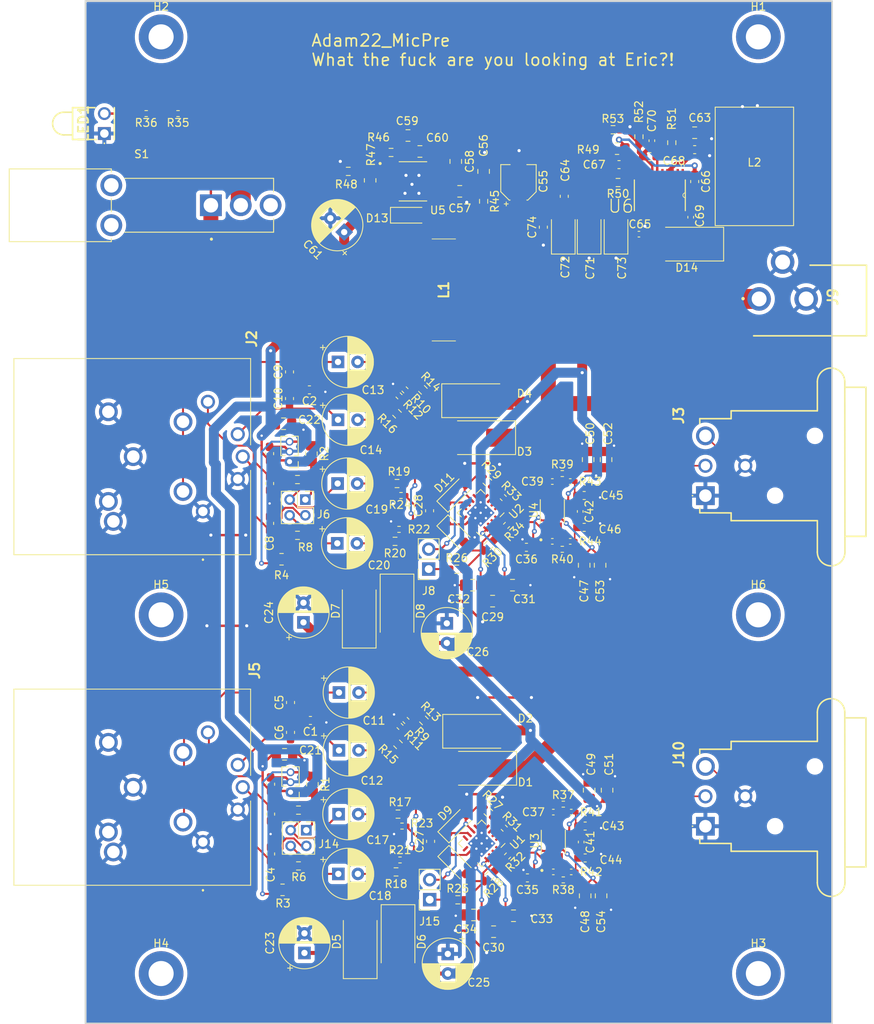
<source format=kicad_pcb>
(kicad_pcb (version 20221018) (generator pcbnew)
  (layers (0 "F.Cu" signal) (31 "B.Cu" signal) (34 "B.Paste" user) (35 "F.Paste" user) (36 "B.SilkS" user "B.Silkscreen") (37 "F.SilkS" user "F.Silkscreen") (38 "B.Mask" user) (39 "F.Mask" user) (44 "Edge.Cuts" user))
  (net 0 "")
  (net 1 "Earth")
  (net 2 "Net-(C10-Pad1)")
  (net 3 "Net-(J6-Pin_1)")
  (net 4 "Net-(C13-Pad1)")
  (net 5 "Net-(C10-Pad2)")
  (net 6 "Net-(C13-Pad2)")
  (net 7 "Net-(C14-Pad2)")
  (net 8 "+48V")
  (net 9 "Net-(J6-Pin_2)")
  (net 10 "Net-(C19-Pad2)")
  (net 11 "Net-(J6-Pin_4)")
  (net 12 "Net-(C20-Pad2)")
  (net 13 "+12V")
  (net 14 "-12V")
  (net 15 "Net-(D12-K)")
  (net 16 "Net-(D11-K)")
  (net 17 "Net-(U4-Vin+)")
  (net 18 "Net-(U4-Vout-)")
  (net 19 "Net-(U4-Vin-)")
  (net 20 "Net-(U4-Vout+)")
  (net 21 "Net-(U5-VIN)")
  (net 22 "Net-(U5-BYP)")
  (net 23 "Net-(U5-SS)")
  (net 24 "Net-(U5-COMP)")
  (net 25 "Net-(C60-Pad1)")
  (net 26 "Net-(U6-SS)")
  (net 27 "Net-(U6-VCC)")
  (net 28 "Net-(U6-RAMP)")
  (net 29 "Net-(U6-COMP)")
  (net 30 "Net-(U6-FB)")
  (net 31 "Net-(U6-BST)")
  (net 32 "Net-(D14-K)")
  (net 33 "Net-(C70-Pad1)")
  (net 34 "Net-(D11-A)")
  (net 35 "Net-(D12-A)")
  (net 36 "Net-(D13-A)")
  (net 37 "Net-(D14-A)")
  (net 38 "Net-(J4-Pin_3)")
  (net 39 "Net-(J8-Pin_1)")
  (net 40 "Net-(U2-1)")
  (net 41 "Net-(R30-Pad2)")
  (net 42 "Net-(U5-FB)")
  (net 43 "Net-(U6-RT)")
  (net 47 "unconnected-(C36-Pad2)")
  (net 48 "/Mic Lane 1/20dB_Pad1")
  (net 49 "/Mic Lane 1/Mic1_Vout-")
  (net 50 "/Mic Lane 1/Mic1_Vout+")
  (net 51 "Net-(C1-Pad2)")
  (net 52 "Net-(J14-Pin_1)")
  (net 53 "/Mic Lane 2/20dB_Pad1")
  (net 54 "Net-(C11-Pad1)")
  (net 55 "Net-(C12-Pad1)")
  (net 56 "Net-(C11-Pad2)")
  (net 57 "Net-(C12-Pad2)")
  (net 58 "Net-(J14-Pin_2)")
  (net 59 "Net-(C17-Pad2)")
  (net 60 "Net-(J14-Pin_4)")
  (net 61 "Net-(C18-Pad2)")
  (net 62 "Net-(D10-K)")
  (net 63 "Net-(D1-A)")
  (net 64 "unconnected-(C35-Pad2)")
  (net 65 "Net-(U3-Vin+)")
  (net 66 "Net-(U3-Vout-)")
  (net 67 "Net-(U3-Vin-)")
  (net 68 "Net-(U3-Vout+)")
  (net 69 "/Mic Lane 2/Mic1_Vout-")
  (net 70 "/Mic Lane 2/Mic1_Vout+")
  (net 71 "Net-(D9-A)")
  (net 72 "Net-(D10-A)")
  (net 73 "Net-(J7-Pin_3)")
  (net 74 "Net-(J15-Pin_1)")
  (net 75 "Net-(U1-1)")
  (net 76 "Net-(R28-Pad2)")
  (net 77 "Net-(J9-Pad1)")
  (net 79 "Net-(LED1-A_G)")
  (net 80 "Net-(R35-Pad2)")
  (footprint "Capacitor_SMD:C_0603_1608Metric_Pad1.08x0.95mm_HandSolder" (layer "F.Cu") (at 160.782 128.524)
    (fp_text reference "C43")
    (fp_text value "100pf")
  )
  (footprint "Resistor_SMD:R_0603_1608Metric_Pad0.98x0.95mm_HandSolder" (layer "F.Cu") (at 167.64 40.6654 -90)
    (fp_text reference "R52")
    (fp_text value "14.7k")
  )
  (footprint "Capacitor_THT:CP_Radial_D6.3mm_P2.50mm" (layer "F.Cu") (at 129.326 127)
    (fp_text reference "C17")
    (fp_text value "47u, 63V")
  )
  (footprint "Capacitor_SMD:C_0805_2012Metric_Pad1.18x1.45mm_HandSolder" (layer "F.Cu") (at 162.687 95.2815 -90)
    (fp_text reference "C53")
    (fp_text value "10uF")
  )
  (footprint "Diode_SMD:D_SMB_Handsoldering" (layer "F.Cu") (at 147.193 79.0255 180)
    (fp_text reference "D3")
    (fp_text value "1N4934")
  )
  (footprint "Capacitor_THT:CP_Radial_D6.3mm_P2.50mm" (layer "F.Cu") (at 130.037767 52.821767 135)
    (fp_text reference "C61")
    (fp_text value "47u, 63V")
  )
  (footprint "Resistor_SMD:R_0402_1005Metric_Pad0.72x0.64mm_HandSolder" (layer "F.Cu") (at 150.876 132.334 45)
    (fp_text reference "R32")
    (fp_text value "390")
  )
  (footprint "Capacitor_SMD:C_0603_1608Metric_Pad1.08x0.95mm_HandSolder" (layer "F.Cu") (at 125.73 115.062 180)
    (fp_text reference "C1")
    (fp_text value "100pf")
  )
  (footprint "Resistor_SMD:R_0402_1005Metric_Pad0.72x0.64mm_HandSolder" (layer "F.Cu") (at 137.033 90.7095)
    (fp_text reference "R22")
    (fp_text value "1.2k")
  )
  (footprint "Capacitor_SMD:C_0603_1608Metric_Pad1.08x0.95mm_HandSolder" (layer "F.Cu") (at 120.65 132.08 -90)
    (fp_text reference "C4")
    (fp_text value "100pf")
  )
  (footprint "Diode_SMD:D_SMB_Handsoldering" (layer "F.Cu") (at 131.953 101.1235 90)
    (fp_text reference "D7")
    (fp_text value "1N4934")
  )
  (footprint "Resistor_SMD:R_0603_1608Metric_Pad0.98x0.95mm_HandSolder" (layer "F.Cu") (at 136.779 75.9775 -45)
    (fp_text reference "R16")
    (fp_text value "11k")
  )
  (footprint "Connector_PinSocket_2.00mm:PinSocket_2x02_P2.00mm_Vertical" (layer "F.Cu") (at 125.206 129.048)
    (fp_text reference "J14")
    (fp_text value "Conn_01x04")
  )
  (footprint "Capacitor_THT:CP_Radial_D6.3mm_P2.50mm" (layer "F.Cu") (at 129.246621 69.3735)
    (fp_text reference "C13")
    (fp_text value "47u, 63V")
  )
  (footprint "Resistor_SMD:R_0402_1005Metric_Pad0.72x0.64mm_HandSolder" (layer "F.Cu") (at 137.414 128.524 180)
    (fp_text reference "R23")
    (fp_text value "1.2k")
  )
  (footprint "Capacitor_SMD:C_0805_2012Metric_Pad1.18x1.45mm_HandSolder" (layer "F.Cu") (at 161.163 81.8195 -90)
    (fp_text reference "C50")
    (fp_text value "0.1uF")
  )
  (footprint "Resistor_SMD:R_0603_1608Metric_Pad0.98x0.95mm_HandSolder" (layer "F.Cu") (at 164.338 39.7764 180)
    (fp_text reference "R53")
    (fp_text value "1.65k")
  )
  (footprint "Capacitor_THT:CP_Radial_D6.3mm_P2.50mm" (layer "F.Cu") (at 129.199 84.8675)
    (fp_text reference "C19")
    (fp_text value "47u, 63V")
  )
  (footprint "Resistor_SMD:R_0402_1005Metric_Pad0.72x0.64mm_HandSolder" (layer "F.Cu") (at 137.16 115.824 135)
    (fp_text reference "R11")
    (fp_text value "47k")
  )
  (footprint "Connector_PinHeader_1.27mm:PinHeader_1x03_P1.27mm_Vertical" (layer "F.Cu") (at 123.063 82.0735 180)
    (fp_text reference "J4" hide)
    (fp_text value "Conn_01x03_Male")
  )
  (footprint "Diode_SMD:D_SMB_Handsoldering" (layer "F.Cu") (at 147.193 74.3135)
    (fp_text reference "D4")
    (fp_text value "1N4934")
  )
  (footprint "Adam824:NCJ6FAH0" (layer "F.Cu") (at 112.014 88.42375 90)
    (fp_text reference "J2")
    (fp_text value "NCJ6FA-H-0" hide)
  )
  (footprint "Resistor_SMD:R_0603_1608Metric_Pad0.98x0.95mm_HandSolder" (layer "F.Cu") (at 140.208 115.062 -45)
    (fp_text reference "R13")
    (fp_text value "11k")
  )
  (footprint "Capacitor_SMD:C_0402_1005Metric_Pad0.74x0.62mm_HandSolder" (layer "F.Cu") (at 156.718 126.746)
    (fp_text reference "C37")
    (fp_text value "1nF")
  )
  (footprint "Resistor_SMD:R_0603_1608Metric_Pad0.98x0.95mm_HandSolder" (layer "F.Cu") (at 130.556 45.085)
    (fp_text reference "R48")
    (fp_text value "11k")
  )
  (footprint "Package_DFN_QFN:QFN-16-1EP_4x4mm_P0.65mm_EP2.5x2.5mm_ThermalVias" (layer "F.Cu") (at 147.447 88.603997 -135)
    (fp_text reference "U2")
    (fp_text value "THAT1580")
  )
  (footprint "Capacitor_SMD:C_0603_1608Metric_Pad1.08x0.95mm_HandSolder" (layer "F.Cu") (at 160.655 90.4555 180)
    (fp_text reference "C46")
    (fp_text value "100pf")
  )
  (footprint "Resistor_SMD:R_0402_1005Metric_Pad0.72x0.64mm_HandSolder" (layer "F.Cu") (at 137.795 72.9295 135)
    (fp_text reference "R10")
    (fp_text value "47k")
  )
  (footprint "MountingHole:MountingHole_3.2mm_M3_ISO7380_Pad" (layer "F.Cu") (at 182.88 101.6)
    (fp_text reference "H6")
    (fp_text value "MountingHole")
  )
  (footprint "Capacitor_THT:CP_Radial_D6.3mm_P2.50mm" (layer "F.Cu") (at 143.256 144.82 -90)
    (fp_text reference "C25")
    (fp_text value "47u, 63V")
  )
  (footprint "Resistor_SMD:R_0402_1005Metric_Pad0.72x0.64mm_HandSolder" (layer "F.Cu") (at 157.988 135.382)
    (fp_text reference "R38")
    (fp_text value "390")
  )
  (footprint "Connector_PinSocket_2.54mm:PinSocket_1x02_P2.54mm_Vertical" (layer "F.Cu") (at 140.818 95.7695 180)
    (fp_text reference "J8")
    (fp_text value "Conn_01x02")
  )
  (footprint "Capacitor_Tantalum_SMD:CP_EIA-3528-15_AVX-H_Pad1.50x2.35mm_HandSolder" (layer "F.Cu") (at 161.29 52.9844 90)
    (fp_text reference "C71")
    (fp_text value "15uF")
  )
  (footprint "Capacitor_SMD:C_0805_2012Metric_Pad1.18x1.45mm_HandSolder" (layer "F.Cu") (at 151.638 139.954 180)
    (fp_text reference "C33")
    (fp_text value "0.1uF")
  )
  (footprint "Capacitor_SMD:C_0805_2012Metric_Pad1.18x1.45mm_HandSolder" (layer "F.Cu") (at 144.272 43.815 90)
    (fp_text reference "C58")
    (fp_text value "10nF")
  )
  (footprint "Diode_SMD:D_SMB_Handsoldering" (layer "F.Cu") (at 136.779 101.1235 -90)
    (fp_text reference "D8")
    (fp_text value "1N4934")
  )
  (footprint "Resistor_SMD:R_0603_1608Metric_Pad0.98x0.95mm_HandSolder" (layer "F.Cu") (at 148.426249 126.762746 -45)
    (fp_text reference "R27")
    (fp_text value "5k")
  )
  (footprint "Adam824:SOP65P640X120-16N" (layer "F.Cu") (at 138.811 46.355)
    (fp_text reference "U5")
    (fp_text value "LM5000-3MTCX")
  )
  (footprint "Capacitor_SMD:C_0805_2012Metric_Pad1.18x1.45mm_HandSolder" (layer "F.Cu") (at 139.7 42.545)
    (fp_text reference "C60")
    (fp_text value "3.3nF")
  )
  (footprint "Diode_SMD:D_SMB_Handsoldering" (layer "F.Cu") (at 136.906 143.256 -90)
    (fp_text reference "D6")
    (fp_text value "1N4934")
  )
  (footprint "Capacitor_SMD:C_0603_1608Metric_Pad1.08x0.95mm_HandSolder" (layer "F.Cu") (at 141.060249 130.472245 90)
    (fp_text reference "C27")
    (fp_text value "100pf")
  )
  (footprint "Capacitor_SMD:C_0603_1608Metric_Pad1.08x0.95mm_HandSolder" (layer "F.Cu") (at 160.655 86.3915)
    (fp_text reference "C45")
    (fp_text value "100pf")
  )
  (footprint "Resistor_SMD:R_0603_1608Metric_Pad0.98x0.95mm_HandSolder" (layer "F.Cu") (at 140.081 72.9295 -45)
    (fp_text reference "R14")
    (fp_text value "11k")
  )
  (footprint "Resistor_SMD:R_0603_1608Metric_Pad0.98x0.95mm_HandSolder" (layer "F.Cu") (at 144.526 137.922)
    (fp_text reference "R25")
    (fp_text value "10R")
  )
  (footprint "Capacitor_THT:CP_Radial_D6.3mm_P2.50mm" (layer "F.Cu") (at 129.373621 111.506)
    (fp_text reference "C11")
    (fp_text value "47u, 63V")
  )
  (footprint "Capacitor_SMD:C_0603_1608Metric_Pad1.08x0.95mm_HandSolder" (layer "F.Cu") (at 123.19 112.776 90)
    (fp_text reference "C5")
    (fp_text value "100pf")
  )
  (footprint "Resistor_SMD:R_0603_1608Metric_Pad0.98x0.95mm_HandSolder" (layer "F.Cu") (at 124.206 126.492)
    (fp_text reference "R5" hide)
    (fp_text value "1.1k")
  )
  (footprint "Capacitor_SMD:C_0805_2012Metric_Pad1.18x1.45mm_HandSolder" (layer "F.Cu") (at 148.971 99.8535)
    (fp_text reference "C29")
    (fp_text value "0.1uF")
  )
  (footprint "Adam824:SOP65P490X110-9N" (layer "F.Cu") (at 156.591 88.4235 90)
    (fp_text reference "U4")
    (fp_text value "OPA1632")
  )
  (footprint "Diode_SMD:D_SOD-123" (layer "F.Cu") (at 144.362249 133.366746 -45)
    (fp_text reference "D10" hide)
    (fp_text value "1N4148")
  )
  (footprint "Connector_PinSocket_2.00mm:PinSocket_2x02_P2.00mm_Vertical" (layer "F.Cu") (at 125.079 86.9155)
    (fp_text reference "J6")
    (fp_text value "Conn_01x04")
  )
  (footprint "Capacitor_SMD:C_0805_2012Metric_Pad1.18x1.45mm_HandSolder" (layer "F.Cu") (at 163.576 123.952 90)
    (fp_text reference "C51")
    (fp_text value "10uF")
  )
  (footprint "Diode_SMD:D_SOD-123" (layer "F.Cu") (at 144.235249 86.154246 45)
    (fp_text reference "D11")
    (fp_text value "1N4148")
  )
  (footprint "Capacitor_SMD:C_0805_2012Metric_Pad1.18x1.45mm_HandSolder" (layer "F.Cu") (at 146.558 139.8524)
    (fp_text reference "C34")
    (fp_text value "0.1uF")
  )
  (footprint "Capacitor_THT:CP_Radial_D6.3mm_P2.50mm" (layer "F.Cu") (at 124.968 144.692379 90)
    (fp_text reference "C23")
    (fp_text value "47u, 63V")
  )
  (footprint "Resistor_SMD:R_0603_1608Metric_Pad0.98x0.95mm_HandSolder" (layer "F.Cu") (at 136.906 127)
    (fp_text reference "R17")
    (fp_text value "10R")
  )
  (footprint "Capacitor_THT:CP_Radial_D6.3mm_P2.50mm" (layer "F.Cu") (at 143.129 102.6875 -90)
    (fp_text reference "C26")
    (fp_text value "47u, 63V")
  )
  (footprint "Resistor_SMD:R_0805_2012Metric_Pad1.20x1.40mm_HandSolder" (layer "F.Cu") (at 164.846 42.1894 180)
    (fp_text reference "R49")
    (fp_text value "200k")
  )
  (footprint "Resistor_SMD:R_0603_1608Metric_Pad0.98x0.95mm_HandSolder" (layer "F.Cu") (at 124.206 133.604)
    (fp_text reference "R6")
    (fp_text value "1.1k")
  )
  (footprint "Capacitor_SMD:C_0805_2012Metric_Pad1.18x1.45mm_HandSolder" (layer "F.Cu") (at 147.828001 45.085 90)
    (fp_text reference "C56")
    (fp_text value "100nF")
  )
  (footprint "Capacitor_Tantalum_SMD:CP_EIA-3528-15_AVX-H_Pad1.50x2.35mm_HandSolder" (layer "F.Cu") (at 164.719 52.9844 90)
    (fp_text reference "C73")
    (fp_text value "15uF")
  )
  (footprint "Resistor_SMD:R_0805_2012Metric_Pad1.20x1.40mm_HandSolder" (layer "F.Cu") (at 125.857 81.0575 -90)
    (fp_text reference "R2")
    (fp_text value "6.81k")
  )
  (footprint "Resistor_SMD:R_0402_1005Metric_Pad0.72x0.64mm_HandSolder" (layer "F.Cu") (at 108.8385 37.7185 180)
    (fp_text reference "R35")
    (fp_text value "1.2k")
  )
  (footprint "Capacitor_SMD:C_0603_1608Metric_Pad1.08x0.95mm_HandSolder" (layer "F.Cu") (at 169.037 43.2054 180)
    (fp_text reference "C68")
    (fp_text value "6.8pF")
  )
  (footprint "Resistor_SMD:R_0603_1608Metric_Pad0.98x0.95mm_HandSolder" (layer "F.Cu") (at 148.299249 84.630246 -45)
    (fp_text reference "R29")
    (fp_text value "5k")
  )
  (footprint "Resistor_SMD:R_0603_1608Metric_Pad0.98x0.95mm_HandSolder" (layer "F.Cu") (at 136.906 118.11 -45)
    (fp_text reference "R15")
    (fp_text value "11k")
  )
  (footprint "Resistor_SMD:R_0402_1005Metric_Pad0.72x0.64mm_HandSolder" (layer "F.Cu") (at 150.749 90.2015 45)
    (fp_text reference "R34")
    (fp_text value "390")
  )
  (footprint "Capacitor_SMD:C_0402_1005Metric_Pad0.74x0.62mm_HandSolder" (layer "F.Cu") (at 158.877 84.6135)
    (fp_text reference "R43")
    (fp_text value "49R9")
  )
  (footprint "Capacitor_THT:CP_Radial_D6.3mm_P2.50mm" (layer "F.Cu") (at 129.286 134.62)
    (fp_text reference "C18")
    (fp_text value "47u, 63V")
  )
  (footprint "Capacitor_SMD:C_0603_1608Metric_Pad1.08x0.95mm_HandSolder" (layer "F.Cu") (at 153.416 135.128)
    (fp_text reference "C35")
    (fp_text value "100pf")
  )
  (footprint "Capacitor_SMD:C_0805_2012Metric_Pad1.18x1.45mm_HandSolder" (layer "F.Cu") (at 163.449 81.8195 90)
    (fp_text reference "C52")
    (fp_text value "10uF")
  )
  (footprint "Resistor_SMD:R_0603_1608Metric_Pad0.98x0.95mm_HandSolder" (layer "F.Cu") (at 171.831 41.4274 90)
    (fp_text reference "R51")
    (fp_text value "88.7k")
  )
  (footprint "Capacitor_SMD:C_0603_1608Metric_Pad1.08x0.95mm_HandSolder" (layer "F.Cu") (at 120.523 84.8675 -90)
    (fp_text reference "C7" hide)
    (fp_text value "100pf")
  )
  (footprint "Capacitor_SMD:C_0402_1005Metric_Pad0.74x0.62mm_HandSolder" (layer "F.Cu") (at 167.64 53.086 180)
    (fp_text reference "C65")
    (fp_text value "33nF")
  )
  (footprint "Capacitor_SMD:C_0603_1608Metric_Pad1.08x0.95mm_HandSolder" (layer "F.Cu") (at 120.523 89.9475 -90)
    (fp_text reference "C8")
    (fp_text value "100pf")
  )
  (footprint "Capacitor_SMD:C_0402_1005Metric_Pad0.74x0.62mm_HandSolder" (layer "F.Cu") (at 156.718 134.366)
    (fp_text reference "C38" hide)
    (fp_text value "1nF")
  )
  (footprint "Capacitor_SMD:C_0402_1005Metric_Pad0.74x0.62mm_HandSolder" (layer "F.Cu") (at 160.274 130.556 -90)
    (fp_text reference "C41")
    (fp_text value "2.7nF")
  )
  (footprint "Capacitor_SMD:CP_Elec_4x3.9" (layer "F.Cu") (at 152.273 46.482 90)
    (fp_text reference "C55")
    (fp_text value "2.2uF, 50V")
  )
  (footprint "Resistor_SMD:R_0402_1005Metric_Pad0.72x0.64mm_HandSolder" (layer "F.Cu") (at 137.922 115.062 135)
    (fp_text reference "R9")
    (fp_text value "47k")
  )
  (footprint "Capacitor_SMD:C_0402_1005Metric_Pad0.74x0.62mm_HandSolder" (layer "F.Cu") (at 174.244 50.927 -90)
    (fp_text reference "C69")
    (fp_text value "22nF")
  )
  (footprint "Capacitor_SMD:C_0603_1608Metric_Pad1.08x0.95mm_HandSolder" (layer "F.Cu") (at 123.19 116.586 90)
    (fp_text reference "C6")
    (fp_text value "100pf")
  )
  (footprint "Resistor_SMD:R_0603_1608Metric_Pad0.98x0.95mm_HandSolder" (layer "F.Cu") (at 136.017 42.672)
    (fp_text reference "R46")
    (fp_text value "20k")
  )
  (footprint "Capacitor_SMD:C_0603_1608Metric_Pad1.08x0.95mm_HandSolder" (layer "F.Cu") (at 174.752 42.3164)
    (fp_text reference "C62" hide)
    (fp_text value "1uF")
  )
  (footprint "Capacitor_SMD:C_0402_1005Metric_Pad0.74x0.62mm_HandSolder" (layer "F.Cu") (at 159.004 126.746)
    (fp_text reference "R41")
    (fp_text value "49R9")
  )
  (footprint "Diode_SMD:D_SOD-123" (layer "F.Cu") (at 144.235249 91.234246 -45)
    (fp_text reference "D12" hide)
    (fp_text value "1N4148")
  )
  (footprint "Capacitor_SMD:C_0603_1608Metric_Pad1.08x0.95mm_HandSolder" (layer "F.Cu") (at 120.523 81.0575 -90)
    (fp_text reference "C16" hide)
    (fp_text value "100pf")
  )
  (footprint "Adam824:SOP65P640X110-21N" (layer "F.Cu") (at 170.307 48.133 -90)
    (fp_text reference "U6")
    (fp_text value "LM25576QMH")
  )
  (footprint "Capacitor_SMD:C_0603_1608Metric_Pad1.08x0.95mm_HandSolder" (layer "F.Cu") (at 158.115 48.26 -90)
    (fp_text reference "C64")
    (fp_text value "1uF")
  )
  (footprint "samac:SW_300SP1J1BLKM7QE" (layer "F.Cu") (at 116.84 49.403)
    (fp_text reference "S1")
    (fp_text value "300SP1J1BLKM7QE")
  )
  (footprint "Capacitor_SMD:C_0805_2012Metric_Pad1.18x1.45mm_HandSolder" (layer "F.Cu") (at 149.098 141.986)
    (fp_text reference "C30")
    (fp_text value "0.1uF")
  )
  (footprint "Capacitor_SMD:C_0402_1005Metric_Pad0.74x0.62mm_HandSolder" (layer "F.Cu") (at 159.004 134.366)
    (fp_text reference "R42")
    (fp_text value "49R9")
  )
  (footprint "MountingHole:MountingHole_3.2mm_M3_ISO7380_Pad" (layer "F.Cu") (at 182.88 27.94)
    (fp_text reference "H1")
    (fp_text value "MountingHole")
  )
  (footprint "Connector_PinHeader_1.27mm:PinHeader_1x03_P1.27mm_Vertical" (layer "F.Cu") (at 123.19 124.206 180)
    (fp_text reference "J7" hide)
    (fp_text value "Conn_01x03_Male")
  )
  (footprint "Capacitor_SMD:C_0603_1608Metric_Pad1.08x0.95mm_HandSolder" (layer "F.Cu") (at 123.063 70.6435 90)
    (fp_text reference "C9")
    (fp_text value "100pf")
  )
  (footprint "samac:NC3MAAH" (layer "F.Cu") (at 176.1236 86.4108 -90)
    (fp_text reference "J3")
    (fp_text value "NC3MAAH" hide)
  )
  (footprint "Capacitor_THT:CP_Radial_D6.3mm_P2.50mm" (layer "F.Cu") (at 129.246621 76.7395)
    (fp_text reference "C14")
    (fp_text value "47u, 63V")
  )
  (footprint "Resistor_SMD:R_0603_1608Metric_Pad0.98x0.95mm_HandSolder" (layer "F.Cu") (at 147.828 48.895 -90)
    (fp_text reference "R45")
    (fp_text value "10R")
  )
  (footprint "Resistor_SMD:R_0603_1608Metric_Pad0.98x0.95mm_HandSolder" (layer "F.Cu") (at 144.399 95.7895)
    (fp_text reference "R26")
    (fp_text value "10R")
  )
  (footprint "Resistor_SMD:R_0402_1005Metric_Pad0.72x0.64mm_HandSolder" (layer "F.Cu") (at 137.033 73.6915 135)
    (fp_text reference "R12")
    (fp_text value "47k")
  )
  (footprint "Resistor_SMD:R_0402_1005Metric_Pad0.72x0.64mm_HandSolder" (layer "F.Cu") (at 137.287 86.3915 180)
    (fp_text reference "R24")
    (fp_text value "1.2k")
  )
  (footprint "Resistor_SMD:R_0603_1608Metric_Pad0.98x0.95mm_HandSolder" (layer "F.Cu") (at 136.525 92.2335)
    (fp_text reference "R20")
    (fp_text value "10R")
  )
  (footprint "Resistor_SMD:R_0402_1005Metric_Pad0.72x0.64mm_HandSolder" (layer "F.Cu") (at 157.861 83.5975)
    (fp_text reference "R39")
    (fp_text value "390")
  )
  (footprint "Resistor_SMD:R_0402_1005Metric_Pad0.72x0.64mm_HandSolder" (layer "F.Cu") (at 157.861 93.2495)
    (fp_text reference "R40")
    (fp_text value "390")
  )
  (footprint "Resistor_SMD:R_0603_1608Metric_Pad0.98x0.95mm_HandSolder" (layer "F.Cu") (at 136.779 84.8675)
    (fp_text reference "R19")
    (fp_text value "10R")
  )
  (footprint "Capacitor_SMD:C_0805_2012Metric_Pad1.18x1.45mm_HandSolder" (layer "F.Cu") (at 174.752 40.1574)
    (fp_text reference "C63")
    (fp_text value "0.1uF")
  )
  (footprint "Capacitor_SMD:C_0603_1608Metric_Pad1.08x0.95mm_HandSolder" (layer "F.Cu") (at 120.65 127 -90)
    (fp_text reference "C3" hide)
    (fp_text value "100pf")
  )
  (footprint "Capacitor_SMD:C_0805_2012Metric_Pad1.18x1.45mm_HandSolder" (layer "F.Cu") (at 138.176 40.513)
    (fp_text reference "C59")
    (fp_text value "100pF")
  )
  (footprint "Resistor_SMD:R_0402_1005Metric_Pad0.72x0.64mm_HandSolder" (layer "F.Cu") (at 150.458249 128.794746 -45)
    (fp_text reference "R31")
    (fp_text value "390")
  )
  (footprint "Capacitor_SMD:C_0805_2012Metric_Pad1.18x1.45mm_HandSolder" (layer "F.Cu") (at 151.511 97.8215 180)
    (fp_text reference "C31")
    (fp_text value "0.1uF")
  )
  (footprint "Capacitor_THT:CP_Radial_D6.3mm_P2.50mm" (layer "F.Cu") (at 124.841 102.559879 90)
    (fp_text reference "C24")
    (fp_text value "47u, 63V")
  )
  (footprint "Resistor_SMD:R_0805_2012Metric_Pad1.20x1.40mm_HandSolder" (layer "F.Cu") (at 133.350001 46.228 -90)
    (fp_text reference "R47")
    (fp_text value "374k")
  )
  (footprint "Capacitor_SMD:C_0603_1608Metric_Pad1.08x0.95mm_HandSolder" (layer "F.Cu") (at 160.782 132.588 180)
    (fp_text reference "C44")
    (fp_text value "100pf")
  )
  (footprint "Connector_PinSocket_2.54mm:PinSocket_1x02_P2.54mm_Vertical" (layer "F.Cu") (at 140.945 137.902 180)
    (fp_text reference "J15")
    (fp_text value "Conn_01x02")
  )
  (footprint "Resistor_SMD:R_0603_1608Metric_Pad0.98x0.95mm_HandSolder" (layer "F.Cu") (at 148.59 134.890746 45)
    (fp_text reference "R28")
    (fp_text value "5k")
  )
  (footprint "Package_DFN_QFN:QFN-16-1EP_4x4mm_P0.65mm_EP2.5x2.5mm_ThermalVias" (layer "F.Cu") (at 147.574 130.736497 -135)
    (fp_text reference "U1")
    (fp_text value "THAT1580")
  )
  (footprint "Capacitor_SMD:C_0805_2012Metric_Pad1.18x1.45mm_HandSolder" (layer "F.Cu") (at 160.655 95.2815 90)
    (fp_text reference "C47")
    (fp_text value "0.1uF")
  )
  (footprint "Capacitor_SMD:C_0603_1608Metric_Pad1.08x0.95mm_HandSolder" (layer "F.Cu") (at 165.1 44.2214 180)
    (fp_text reference "C67")
    (fp_text value "120pF")
  )
  (footprint "Capacitor_Tantalum_SMD:CP_EIA-3528-15_AVX-H_Pad1.50x2.35mm_HandSolder" (layer "F.Cu") (at 157.988 52.9844 90)
    (fp_text reference "C72")
    (fp_text value "15uF")
  )
  (footprint "Capacitor_SMD:C_0603_1608Metric_Pad1.08x0.95mm_HandSolder" (layer "F.Cu") (at 174.752 46.3804 -90)
    (fp_text reference "C66")
    (fp_text value "1uF")
  )
  (footprint "Capacitor_SMD:C_0402_1005Metric_Pad0.74x0.62mm_HandSolder" (layer "F.Cu") (at 158.877 92.2335)
    (fp_text reference "R44")
    (fp_text value "49R9")
  )
  (footprint "Capacitor_SMD:C_0805_2012Metric_Pad1.18x1.45mm_HandSolder" (layer "F.Cu") (at 122.301 77.2475)
    (fp_text reference "C22")
    (fp_text value "10uF")
  )
  (footprint "samac:PJ-102AH" (layer "F.Cu") (at 185.976 57.041 -90)
    (fp_text reference "J9")
    (fp_text value "PJ-102BH" hide)
  )
  (footprint "Capacitor_SMD:C_0402_1005Metric_Pad0.74x0.62mm_HandSolder" (layer "F.Cu") (at 156.591 84.6135)
    (fp_text reference "C39")
    (fp_text value "1nF")
  )
  (footprint "Capacitor_SMD:C_0603_1608Metric_Pad1.08x0.95mm_HandSolder" (layer "F.Cu") (at 153.289 92.9955)
    (fp_text reference "C36")
    (fp_text value "100pf")
  )
  (footprint "Adam824:SDR1307100ML" (layer "F.Cu") (at 142.748 60.198 90)
    (fp_text reference "L1")
    (fp_text value "270uH" hide)
  )
  (footprint "MountingHole:MountingHole_3.2mm_M3_ISO7380_Pad" (layer "F.Cu") (at 182.88 147.32)
    (fp_text reference "H3")
    (fp_text value "MountingHole")
  )
  (footprint "Capacitor_SMD:C_0805_2012Metric_Pad1.18x1.45mm_HandSolder" (layer "F.Cu") (at 144.78 47.625)
    (fp_text reference "C57")
    (fp_text value "100nF")
  )
  (footprint "Diode_SMD:D_SMB_Handsoldering" (layer "F.Cu") (at 147.32 121.158 180)
    (fp_text reference "D1")
    (fp_text value "1N4934")
  )
  (footprint "Adam824:NCJ6FAH0" (layer "F.Cu") (at 112.014 130.556 90)
    (fp_text reference "J5")
    (fp_text value "NCJ6FA-H-0" hide)
  )
  (footprint "Capacitor_SMD:C_0603_1608Metric_Pad1.08x0.95mm_HandSolder" (layer "F.Cu") (at 155.448 52.197 90)
    (fp_text reference "C74")
    (fp_text value "2.2uF")
  )
  (footprint "Resistor_SMD:R_0805_2012Metric_Pad1.20x1.40mm_HandSolder" (layer "F.Cu") (at 122.174 136.652)
    (fp_text reference "R3")
    (fp_text value "6.81k")
  )
  (footprint "Resistor_SMD:R_0603_1608Metric_Pad0.98x0.95mm_HandSolder" (layer "F.Cu") (at 148.463 92.758246 45)
    (fp_text reference "R30")
    (fp_text value "5k")
  )
  (footprint "Capacitor_SMD:C_0805_2012Metric_Pad1.18x1.45mm_HandSolder" (layer "F.Cu") (at 160.782 137.414 90)
    (fp_text reference "C48")
    (fp_text value "0.1uF")
  )
  (footprint "MountingHole:MountingHole_3.2mm_M3_ISO7380_Pad" (layer "F.Cu") (at 106.68 147.32)
    (fp_text reference "H4")
    (fp_text value "MountingHole")
  )
  (footprint "Capacitor_SMD:C_0805_2012Metric_Pad1.18x1.45mm_HandSolder" (layer "F.Cu") (at 146.431 97.8215)
    (fp_text reference "C32")
    (fp_text value "0.1uF")
  )
  (footprint "Resistor_SMD:R_0805_2012Metric_Pad1.20x1.40mm_HandSolder" (layer "F.Cu") (at 125.984 123.19 -90)
    (fp_text reference "R1")
    (fp_text value "6.81k")
  )
  (footprint "Capacitor_SMD:C_0603_1608Metric_Pad1.08x0.95mm_HandSolder" (layer "F.Cu") (at 120.65 123.19 -90)
    (fp_text reference "C15" hide)
    (fp_text value "100pf")
  )
  (footprint "samac:NC3MAAH" (layer "F.Cu") (at 176.1236 128.54305 -90)
    (fp_text reference "J10")
    (fp_text value "NC3MAAH" hide)
  )
  (footprint "Capacitor_SMD:C_0402_1005Metric_Pad0.74x0.62mm_HandSolder" (layer "F.Cu") (at 169.291 41.1734 -90)
    (fp_text reference "C70")
    (fp_text value "680pF")
  )
  (footprint "Capacitor_SMD:C_0603_1608Metric_Pad1.08x0.95mm_HandSolder" (layer "F.Cu") (at 140.933249 88.339745 90)
    (fp_text reference "C28")
    (fp_text value "100pf")
  )
  (footprint "Capacitor_SMD:C_0402_1005Metric_Pad0.74x0.62mm_HandSolder" (layer "F.Cu") (at 160.147 88.4235 -90)
    (fp_text reference "C42")
    (fp_text value "2.7nF")
  )
  (footprint "Diode_SMD:D_SMB_Handsoldering" (layer "F.Cu") (at 132.08 143.256 90)
    (fp_text reference "D5")
    (fp_text value "1N4934")
  )
  (footprint "Resistor_SMD:R_0402_1005Metric_Pad0.72x0.64mm_HandSolder" (layer "F.Cu") (at 137.16 132.842)
    (fp_text reference "R21")
    (fp_text value "1.2k")
  )
  (footprint "Resistor_SMD:R_0402_1005Metric_Pad0.72x0.64mm_HandSolder" (layer "F.Cu") (at 150.331249 86.662246 -45)
    (fp_text reference "R33")
    (fp_text value "390")
  )
  (footprint "Resistor_SMD:R_0805_2012Metric_Pad1.20x1.40mm_HandSolder" (layer "F.Cu") (at 122.047 94.5195)
    (fp_text reference "R4")
    (fp_text value "6.81k")
  )
  (footprint "Adam824:‎P0751.153NLT" (layer "F.Cu") (at 182.372 44.45 180)
    (fp_text reference "L2")
    (fp_text value "15uH")
  )
  (footprint "Capacitor_SMD:C_0402_1005Metric_Pad0.74x0.62mm_HandSolder" (layer "F.Cu") (at 156.591 92.2335)
    (fp_text reference "C40" hide)
    (fp_text value "1nF")
  )
  (footprint "Diode_SMD:D_SOD-123" (layer "F.Cu") (at 144.362249 128.286746 45)
    (fp_text reference "D9")
    (fp_text value "1N4148")
  )
  (footprint "Diode_SMD:D_SOD-123" (layer "F.Cu") (at 138.303 50.673)
    (fp_text reference "D13")
    (fp_text value "1V, 150mA")
  )
  (footprint "Capacitor_THT:CP_Radial_D6.3mm_P2.50mm" (layer "F.Cu") (at 129.159 92.4875)
    (fp_text reference "C20")
    (fp_text value "47u, 63V")
  )
  (footprint "Resistor_SMD:R_0603_1608Metric_Pad0.98x0.95mm_HandSolder" (layer "F.Cu") (at 136.652 134.366)
    (fp_text reference "R18")
    (fp_text value "10R")
  )
  (footprint "samac:5511309F" (layer "F.Cu") (at 99.441 40.259 -90)
    (fp_text reference "LED1")
    (fp_text value "551-1309F" hide)
  )
  (footprint "Capacitor_SMD:C_0805_2012Metric_Pad1.18x1.45mm_HandSolder" (layer "F.Cu") (at 161.29 123.952 -90)
    (fp_text reference "C49")
    (fp_text value "0.1uF")
  )
  (footprint "Adam824:SOP65P490X110-9N" (layer "F.Cu") (at 156.718 130.556 90)
    (fp_text reference "U3")
    (fp_text value "OPA1632")
  )
  (footprint "MountingHole:MountingHole_3.2mm_M3_ISO7380_Pad" (layer "F.Cu") (at 106.68 101.6)
    (fp_text reference "H5")
    (fp_text value "MountingHole")
  )
  (footprint "Capacitor_SMD:C_0805_2012Metric_Pad1.18x1.45mm_HandSolder" (layer "F.Cu") (at 162.814 137.414 -90)
    (fp_text reference "C54")
    (fp_text value "10uF")
  )
  (footprint "Resistor_SMD:R_0603_1608Metric_Pad0.98x0.95mm_HandSolder" (layer "F.Cu") (at 124.079 84.3595)
    (fp_text reference "R7" hide)
    (fp_text value "1.1k")
  )
  (footprint "Diode_SMD:D_SMB_Handsoldering" (layer "F.Cu") (at 147.32 116.446)
    (fp_text reference "D2")
    (fp_text value "1N4934")
  )
  (footprint "Resistor_SMD:R_0402_1005Metric_Pad0.72x0.64mm_HandSolder" (layer "F.Cu") (at 104.7745 37.7185 180)
    (fp_text reference "R36")
    (fp_text value "1.2k")
  )
  (footprint "Capacitor_THT:CP_Radial_D6.3mm_P2.50mm" (layer "F.Cu") (at 129.373621 118.872)
    (fp_text reference "C12")
    (fp_text value "47u, 63V")
  )
  (footprint "Resistor_SMD:R_0402_1005Metric_Pad0.72x0.64mm_HandSolder" (layer "F.Cu") (at 157.988 125.73)
    (fp_text reference "R37")
    (fp_text value "390")
  )
  (footprint "Resistor_SMD:R_0603_1608Metric_Pad0.98x0.95mm_HandSolder" (layer "F.Cu") (at 164.973 46.5074 180)
    (fp_text reference "R50")
    (fp_text value "9.09k")
  )
  (footprint "Capacitor_SMD:C_0603_1608Metric_Pad1.08x0.95mm_HandSolder" (layer "F.Cu") (at 123.063 74.041 90)
    (fp_text reference "C10")
    (fp_text value "100pf")
  )
  (footprint "Resistor_SMD:R_0603_1608Metric_Pad0.98x0.95mm_HandSolder" (layer "F.Cu") (at 124.079 91.4715)
    (fp_text reference "R8")
    (fp_text value "1.1k")
  )
  (footprint "Capacitor_SMD:C_0805_2012Metric_Pad1.18x1.45mm_HandSolder" (layer "F.Cu") (at 122.428 119.38)
    (fp_text reference "C21")
    (fp_text value "10uF")
  )
  (footprint "MountingHole:MountingHole_3.2mm_M3_ISO7380_Pad" (layer "F.Cu") (at 106.68 27.94)
    (fp_text reference "H2")
    (fp_text value "MountingHole")
  )
  (footprint "Capacitor_SMD:C_0603_1608Metric_Pad1.08x0.95mm_HandSolder" (layer "F.Cu") (at 125.603 72.9295 180)
    (fp_text reference "C2")
    (fp_text value "100pf")
  )
  (footprint "Diode_SMD:D_SMB_Handsoldering" (layer "F.Cu") (at 173.736 54.356 180)
    (fp_text reference "D14")
    (fp_text value "700mV, 5A")
  )
  (gr_rect (start 97.028 23.368) (end 192.278 153.67) (stroke (width 0.2)) (fill none) (layer "Edge.Cuts"))
  (gr_text "Adam22_MicPre\nWhat the fuck are you looking at Eric?!" (at 125.73 31.75) (layer "F.SilkS") (effects (font (size 1.524 1.524) (thickness 0.2032)) (justify left bottom)))
  (segment (start 145.415 141.859) (end 148.209 144.653) (width 0.3048) (layer "F.Cu") (net 1))
  (segment (start 117.475 91.44) (end 113.03 91.44) (width 0.3048) (layer "F.Cu") (net 1))
  (segment (start 145.8175 47.625) (end 145.817499 48.873499) (width 0.3048) (layer "F.Cu") (net 1))
  (segment (start 144.2466 141.859) (end 144.2212 141.8336) (width 0.3048) (layer "F.Cu") (net 1))
  (segment (start 149.86 124.46) (end 150.241 124.841) (width 0.3048) (layer "F.Cu") (net 1))
  (segment (start 129.667 43.942) (end 129.54 43.815) (width 0.3048) (layer "F.Cu") (net 1))
  (segment (start 124.079 77.2475) (end 124.841 78.0095) (width 0.3048) (layer "F.Cu") (net 1))
  (segment (start 152.6755 139.954) (end 153.924 139.954) (width 0.25) (layer "F.Cu") (net 1))
  (segment (start 162.179 90.4555) (end 162.687 89.9475) (width 0.25) (layer "F.Cu") (net 1))
  (segment (start 127.508 115.062) (end 127.762 115.316) (width 0.25) (layer "F.Cu") (net 1))
  (segment (start 136.610504 72.507004) (end 136.271 72.1675) (width 0.25) (layer "F.Cu") (net 1))
  (segment (start 159.9985 138.4515) (end 159.512 138.938) (width 0.25) (layer "F.Cu") (net 1))
  (segment (start 126.5925 115.062) (end 127.508 115.062) (width 0.25) (layer "F.Cu") (net 1))
  (segment (start 120.65 131.4715) (end 120.65 127.6085) (width 0.25) (layer "F.Cu") (net 1))
  (segment (start 127.381 72.9295) (end 127.635 73.1835) (width 0.25) (layer "F.Cu") (net 1))
  (segment (start 145.817499 48.873499) (end 145.669 49.022) (width 0.3048) (layer "F.Cu") (net 1))
  (segment (start 136.737504 114.639504) (end 136.398 114.3) (width 0.25) (layer "F.Cu") (net 1))
  (segment (start 145.669 124.46) (end 149.86 124.46) (width 0.3048) (layer "F.Cu") (net 1))
  (segment (start 152.5485 97.8215) (end 153.797 97.8215) (width 0.25) (layer "F.Cu") (net 1))
  (segment (start 163.576 122.9145) (end 163.8515 122.9145) (width 0.25) (layer "F.Cu") (net 1))
  (segment (start 136.737504 115.401504) (end 136.737504 114.639504) (width 0.25) (layer "F.Cu") (net 1))
  (segment (start 159.8715 96.319) (end 159.385 96.8055) (width 0.25) (layer "F.Cu") (net 1))
  (segment (start 162.306 132.588) (end 162.814 132.08) (width 0.25) (layer "F.Cu") (net 1))
  (segment (start 182.372 39.37) (end 182.372 38.354) (width 1.27) (layer "F.Cu") (net 1))
  (segment (start 164.719 54.6094) (end 164.719 56.134) (width 0.3048) (layer "F.Cu") (net 1))
  (segment (start 160.655 96.319) (end 159.8715 96.319) (width 0.25) (layer "F.Cu") (net 1))
  (segment (start 136.6895 86.989) (end 136.271 87.4075) (width 0.25) (layer "F.Cu") (net 1))
  (segment (start 162.433 86.3915) (end 162.687 86.6455) (width 0.25) (layer "F.Cu") (net 1))
  (segment (start 123.4655 119.38) (end 124.206 119.38) (width 0.3048) (layer "F.Cu") (net 1))
  (segment (start 136.4355 90.7095) (end 136.4355 90.112) (width 0.25) (layer "F.Cu") (net 1))
  (segment (start 136.4355 90.112) (end 136.017 89.6935) (width 0.25) (layer "F.Cu") (net 1))
  (segment (start 120.65 122.3275) (end 122.5815 122.3275) (width 0.3048) (layer "F.Cu") (net 1))
  (segment (start 163.3435 138.4515) (end 164.084 139.192) (width 0.25) (layer "F.Cu") (net 1))
  (segment (start 145.034 99.822) (end 147.701 102.489) (width 0.3048) (layer "F.Cu") (net 1))
  (segment (start 145.3935 97.8215) (end 144.145 97.8215) (width 0.25) (layer "F.Cu") (net 1))
  (segment (start 163.449 80.782) (end 163.7245 80.782) (width 0.25) (layer "F.Cu") (net 1))
  (segment (start 161.6445 128.524) (end 162.56 128.524) (width 0.25) (layer "F.Cu") (net 1))
  (segment (start 157.988 54.6094) (end 157.988 56.261) (width 0.3048) (layer "F.Cu") (net 1))
  (segment (start 161.163 80.782) (end 161.163 80.5495) (width 0.25) (layer "F.Cu") (net 1))
  (segment (start 168.021 50.927) (end 168.021 51.689) (width 0.3048) (layer "F.Cu") (net 1))
  (segment (start 152.4265 92.334) (end 152.781 91.9795) (width 0.25) (layer "F.Cu") (net 1))
  (segment (start 161.5175 86.3915) (end 162.433 86.3915) (width 0.25) (layer "F.Cu") (net 1))
  (segment (start 136.8165 129.1215) (end 136.398 129.54) (width 0.25) (layer "F.Cu") (net 1))
  (segment (start 124.206 119.38) (end 124.968 120.142) (width 0.3048) (layer "F.Cu") (net 1))
  (segment (start 163.2165 96.319) (end 163.957 97.0595) (width 0.25) (layer "F.Cu") (net 1))
  (segment (start 152.5535 135.128) (end 152.5535 134.4665) (width 0.25) (layer "F.Cu") (net 1))
  (segment (start 163.7245 80.782) (end 164.465 80.0415) (width 0.25) (layer "F.Cu") (net 1))
  (segment (start 161.29 122.9145) (end 161.29 122.682) (width 0.25) (layer "F.Cu") (net 1))
  (segment (start 161.6445 132.588) (end 162.306 132.588) (width 0.25) (layer "F.Cu") (net 1))
  (segment (start 162.814 138.4515) (end 163.3435 138.4515) (width 0.25) (layer "F.Cu") (net 1))
  (segment (start 167.64 39.7529) (end 166.8545 39.7529) (width 0.508) (layer "F.Cu") (net 1))
  (segment (start 136.6895 86.3915) (end 136.6895 86.989) (width 0.25) (layer "F.Cu") (net 1))
  (segment (start 175.7895 40.1574) (end 176.149 40.1574) (width 0.3048) (layer "F.Cu") (net 1))
  (segment (start 162.687 96.319) (end 163.2165 96.319) (width 0.25) (layer "F.Cu") (net 1))
  (segment (start 162.56 128.524) (end 162.814 128.778) (width 0.25) (layer "F.Cu") (net 1))
  (segment (start 152.35 44.605) (end 152.273 44.682) (width 0.3048) (layer "F.Cu") (net 1))
  (segment (start 153.924 112.141) (end 147.066 112.141) (width 0.3048) (layer "F.Cu") (net 1))
  (segment (start 120.523 80.195) (end 122.4545 80.195) (width 0.3048) (layer "F.Cu") (net 1))
  (segment (start 149.733 82.296) (end 149.86 82.423) (width 0.3048) (layer "F.Cu") (net 1))
  (segment (start 122.5815 122.3275) (end 123.19 122.936) (width 0.3048) (layer "F.Cu") (net 1))
  (segment (start 145.5205 139.954) (end 144.272 139.954) (width 0.25) (layer "F.Cu") (net 1))
  (segment (start 175.6145 42.3164) (end 175.895 42.3164) (width 0.3048) (layer "F.Cu") (net 1))
  (segment (start 175.895 42.3164) (end 176.657 43.0784) (width 0.3048) (layer "F.Cu") (net 1))
  (segment (start 152.35 42.44) (end 152.35 44.605) (width 0.3048) (layer "F.Cu") (net 1))
  (segment (start 144.272 141.859) (end 144.2466 141.859) (width 0.3048) (layer "F.Cu") (net 1))
  (segment (start 182.372 38.354) (end 180.848 36.83) (width 1.27) (layer "F.Cu") (net 1))
  (segment (start 122.4545 80.195) (end 123.063 80.8035) (width 0.3048) (layer "F.Cu") (net 1))
  (segment (start 161.163 80.5495) (end 160.401 79.7875) (width 0.25) (layer "F.Cu") (net 1))
  (segment (start 147.828 44.0475) (end 147.828 42.799) (width 0.3048) (layer "F.Cu") (net 1))
  (segment (start 182.372 39.37) (end 182.372 37.084) (width 1.27) (layer "F.Cu") (net 1))
  (segment (start 129.667001 45.1885) (end 129.667 43.942) (width 0.3048) (layer "F.Cu") (net 1))
  (segment (start 176.149 40.1574) (end 176.911 40.9194) (width 0.3048) (layer "F.Cu") (net 1))
  (segment (start 182.372 37.084) (end 182.753 36.703) (width 1.27) (layer "F.Cu") (net 1))
  (segment (start 155.448 53.0595) (end 155.448 54.483) (width 0.3048) (layer "F.Cu") (net 1))
  (segment (start 144.272 141.859) (end 145.415 141.859) (width 0.3048) (layer "F.Cu") (net 1))
  (segment (start 152.5535 134.4665) (end 152.908 134.112) (width 0.25) (layer "F.Cu") (net 1))
  (segment (start 147.828 42.799) (end 147.955 42.672) (width 0.3048) (layer "F.Cu") (net 1))
  (segment (start 145.415 82.296) (end 149.733 82.296) (width 0.3048) (layer "F.Cu") (net 1))
  (segment (start 120.523 89.339) (end 120.523 85.476) (width 0.25) (layer "F.Cu") (net 1))
  (segment (start 117.602 102.997) (end 112.522 102.997) (width 0.3048) (layer "F.Cu") (net 1))
  (segment (start 152.4265 92.9955) (end 152.4265 92.334) (width 0.25) (layer "F.Cu") (net 1))
  (segment (start 126.4655 72.9295) (end 127.381 72.9295) (width 0.25) (layer "F.Cu") (net 1))
  (segment (start 136.5625 132.842) (end 136.5625 132.2445) (width 0.25) (layer "F.Cu") (net 1))
  (segment (start 160.782 138.4515) (end 159.9985 138.4515) (width 0.25) (layer "F.Cu") (net 1))
  (segment (start 137.372504 72.507004) (end 136.610504 72.507004) (width 0.25) (layer "F.Cu") (net 1))
  (segment (start 163.8515 122.9145) (end 164.592 122.174) (width 0.25) (layer "F.Cu") (net 1))
  (segment (start 136.8165 128.524) (end 136.8165 129.1215) (width 0.25) (layer "F.Cu") (net 1))
  (segment (start 123.3385 77.2475) (end 124.079 77.2475) (width 0.3048) (layer "F.Cu") (net 1))
  (segment (start 161.5175 90.4555) (end 162.179 90.4555) (width 0.25) (layer "F.Cu") (net 1))
  (segment (start 166.8545 39.7529) (end 166.497 39.3954) (width 0.508) (layer "F.Cu") (net 1))
  (segment (start 136.5625 132.2445) (end 136.144 131.826) (width 0.25) (layer "F.Cu") (net 1))
  (segment (start 137.499504 114.639504) (end 136.737504 114.639504) (width 0.25) (layer "F.Cu") (net 1))
  (segment (start 161.29 122.682) (end 160.528 121.92) (width 0.25) (layer "F.Cu") (net 1))
  (segment (start 161.29 54.6094) (end 161.29 56.134) (width 0.3048) (layer "F.Cu") (net 1))
  (segment (start 168.021 51.689) (end 168.402 52.07) (width 0.3048) (layer "F.Cu") (net 1))
  (segment (start 136.610504 73.269004) (end 136.610504 72.507004) (width 0.25) (layer "F.Cu") (net 1))
  (segment (start 145.034 99.822) (end 143.4592 99.822) (width 0.3048) (layer "F.Cu") (net 1))
  (via (at 136.017 89.6935) (size 0.635) (drill 0.3048) (layers "F.Cu" "B.Cu") (net 1))
  (via (at 166.497 39.3954) (size 0.8) (drill 0.4) (layers "F.Cu" "B.Cu") (net 1))
  (via (at 176.911 40.9194) (size 0.8) (drill 0.4) (layers "F.Cu" "B.Cu") (net 1))
  (via (at 143.4592 99.822) (size 0.8) (drill 0.4) (layers "F.Cu" "B.Cu") (net 1))
  (via (at 124.968 120.142) (size 0.635) (drill 0.3048) (layers "F.Cu" "B.Cu") (net 1))
  (via (at 149.86 82.423) (size 0.8) (drill 0.4) (layers "F.Cu" "B.Cu") (net 1))
  (via (at 120.523 87.4075) (size 0.635) (drill 0.3048) (layers "F.Cu" "B.Cu") (net 1))
  (via (at 164.719 56.134) (size 0.8) (drill 0.4) (layers "F.Cu" "B.Cu") (net 1))
  (via (at 160.401 79.7875) (size 0.635) (drill 0.3048) (layers "F.Cu" "B.Cu") (net 1))
  (via (at 152.781 91.9795) (size 0.635) (drill 0.3048) (layers "F.Cu" "B.Cu") (net 1))
  (via (at 129.54 43.815) (size 0.8) (drill 0.4) (layers "F.Cu" "B.Cu") (net 1))
  (via (at 162.814 132.08) (size 0.635) (drill 0.3048) (layers "F.Cu" "B.Cu") (net 1))
  (via (at 159.512 138.938) (size 0.635) (drill 0.3048) (layers "F.Cu" "B.Cu") (net 1))
  (via (at 117.602 102.997) (size 0.8) (drill 0.4) (layers "F.Cu" "B.Cu") (net 1))
  (via (at 182.753 36.703) (size 0.8) (drill 0.4) (layers "F.Cu" "B.Cu") (net 1))
  (via (at 139.573 45.593) (size 0.8) (drill 0.4) (layers "F.Cu" "B.Cu") (net 1))
  (via (at 162.687 86.6455) (size 0.635) (drill 0.3048) (layers "F.Cu" "B.Cu") (net 1))
  (via (at 137.795 47.879) (size 0.8) (drill 0.4) (layers "F.Cu" "B.Cu") (net 1))
  (via (at 113.03 91.44) (size 0.8) (drill 0.4) (layers "F.Cu" "B.Cu") (net 1))
  (via (at 161.29 56.134) (size 0.8) (drill 0.4) (layers "F.Cu" "B.Cu") (net 1))
  (via (at 112.522 102.997) (size 0.8) (drill 0.4) (layers "F.Cu" "B.Cu") (net 1))
  (via (at 162.814 128.778) (size 0.635) (drill 0.3048) (layers "F.Cu" "B.Cu") (net 1))
  (via (at 136.271 87.4075) (size 0.635) (drill 0.3048) (layers "F.Cu" "B.Cu") (net 1))
  (via (at 150.241 124.841) (size 0.8) (drill 0.4) (layers "F.Cu" "B.Cu") (net 1))
  (via (at 180.848 36.83) (size 0.8) (drill 0.4) (layers "F.Cu" "B.Cu") (net 1))
  (via (at 136.398 114.3) (size 0.635) (drill 0.3048) (layers "F.Cu" "B.Cu") (net 1))
  (via (at 127.635 73.1835) (size 0.635) (drill 0.3048) (layers "F.Cu" "B.Cu") (net 1))
  (via (at 152.35 42.44) (size 0.8) (drill 0.4) (layers "F.Cu" "B.Cu") (net 1))
  (via (at 138.684 46.736) (size 0.8) (drill 0.4) (layers "F.Cu" "B.Cu") (net 1))
  (via (at 136.398 129.54) (size 0.635) (drill 0.3048) (layers "F.Cu" "B.Cu") (net 1))
  (via (at 163.957 97.0595) (size 0.635) (drill 0.3048) (layers "F.Cu" "B.Cu") (net 1))
  (via (at 147.955 42.672) (size 0.8) (drill 0.4) (layers "F.Cu" "B.Cu") (net 1))
  (via (at 139.573 47.879) (size 0.8) (drill 0.4) (layers "F.Cu" "B.Cu") (net 1))
  (via (at 127.762 115.316) (size 0.635) (drill 0.3048) (layers "F.Cu" "B.Cu") (net 1))
  (via (at 147.066 112.141) (size 0.8) (drill 0.4) (layers "F.Cu" "B.Cu") (net 1))
  (via (at 136.144 131.826) (size 0.635) (drill 0.3048) (layers "F.Cu" "B.Cu") (net 1))
  (via (at 117.475 91.44) (size 0.8) (drill 0.4) (layers "F.Cu" "B.Cu") (net 1))
  (via (at 136.271 72.1675) (size 0.635) (drill 0.3048) (layers "F.Cu" "B.Cu") (net 1))
  (via (at 148.209 144.653) (size 0.8) (drill 0.4) (layers "F.Cu" "B.Cu") (net 1))
  (via (at 124.841 78.0095) (size 0.635) (drill 0.3048) (layers "F.Cu" "B.Cu") (net 1))
  (via (at 152.908 134.112) (size 0.635) (drill 0.3048) (layers "F.Cu" "B.Cu") (net 1))
  (via (at 144.272 139.954) (size 0.635) (drill 0.3048) (layers "F.Cu" "B.Cu") (net 1))
  (via (at 147.701 102.489) (size 0.8) (drill 0.4) (layers "F.Cu" "B.Cu") (net 1))
  (via (at 145.415 82.296) (size 0.8) (drill 0.4) (layers "F.Cu" "B.Cu") (net 1))
  (via (at 164.592 122.174) (size 0.635) (drill 0.3048) (layers "F.Cu" "B.Cu") (net 1))
  (via (at 164.465 80.0415) (size 0.635) (drill 0.3048) (layers "F.Cu" "B.Cu") (net 1))
  (via (at 145.669 49.022) (size 0.8) (drill 0.4) (layers "F.Cu" "B.Cu") (net 1))
  (via (at 157.988 56.261) (size 0.8) (drill 0.4) (layers "F.Cu" "B.Cu") (net 1))
  (via (at 153.924 112.141) (size 0.8) (drill 0.4) (layers "F.Cu" "B.Cu") (net 1))
  (via (at 137.922 45.593) (size 0.8) (drill 0.4) (layers "F.Cu" "B.Cu") (net 1))
  (via (at 160.528 121.92) (size 0.635) (drill 0.3048) (layers "F.Cu" "B.Cu") (net 1))
  (via (at 168.402 52.07) (size 0.8) (drill 0.4) (layers "F.Cu" "B.Cu") (net 1))
  (via (at 164.084 139.192) (size 0.635) (drill 0.3048) (layers "F.Cu" "B.Cu") (net 1))
  (via (at 155.448 54.483) (size 0.8) (drill 0.4) (layers "F.Cu" "B.Cu") (net 1))
  (via (at 162.687 89.9475) (size 0.635) (drill 0.3048) (layers "F.Cu" "B.Cu") (net 1))
  (via (at 153.924 139.954) (size 0.635) (drill 0.3048) (layers "F.Cu" "B.Cu") (net 1))
  (via (at 145.669 124.46) (size 0.8) (drill 0.4) (layers "F.Cu" "B.Cu") (net 1))
  (via (at 159.385 96.8055) (size 0.635) (drill 0.3048) (layers "F.Cu" "B.Cu") (net 1))
  (via (at 144.2212 141.8336) (size 0.8) (drill 0.4) (layers "F.Cu" "B.Cu") (net 1))
  (via (at 120.65 129.54) (size 0.635) (drill 0.3048) (layers "F.Cu" "B.Cu") (net 1))
  (via (at 153.797 97.8215) (size 0.635) (drill 0.3048) (layers "F.Cu" "B.Cu") (net 1))
  (via (at 144.145 97.8215) (size 0.635) (drill 0.3048) (layers "F.Cu" "B.Cu") (net 1))
  (via (at 176.657 43.0784) (size 0.8) (drill 0.4) (layers "F.Cu" "B.Cu") (net 1))
  (segment (start 127.823121 75.316) (end 129.246621 76.7395) (width 0.25) (layer "F.Cu") (net 2))
  (segment (start 119.7235 75.316) (end 127.823121 75.316) (width 0.25) (layer "F.Cu") (net 2))
  (segment (start 116.459 78.5805) (end 119.7235 75.316) (width 0.25) (layer "F.Cu") (net 2))
  (segment (start 112.649 77.2475) (end 112.649 74.4535) (width 0.25) (layer "F.Cu") (net 3))
  (segment (start 125.857 82.0575) (end 125.857 83.5445) (width 0.3048) (layer "F.Cu") (net 3))
  (segment (start 125.804 83.5445) (end 125.804 83.5975) (width 0.25) (layer "F.Cu") (net 3))
  (segment (start 125.804 83.5975) (end 125.804 86.1905) (width 0.25) (layer "F.Cu") (net 3))
  (segment (start 125.603 83.3435) (end 125.804 83.5445) (width 0.25) (layer "F.Cu") (net 3))
  (segment (start 115.443 80.0415) (end 112.649 77.2475) (width 0.25) (layer "F.Cu") (net 3))
  (segment (start 125.804 83.5445) (end 125.804 82.1105) (width 0.2032) (layer "F.Cu") (net 3))
  (segment (start 125.804 82.1105) (end 125.857 82.0575) (width 0.2032) (layer "F.Cu") (net 3))
  (segment (start 125.857 83.5445) (end 125.804 83.5975) (width 0.3048) (layer "F.Cu") (net 3))
  (segment (start 120.523 84.005) (end 118.491 81.973) (width 0.25) (layer "F.Cu") (net 3))
  (segment (start 117.729 80.0415) (end 115.443 80.0415) (width 0.25) (layer "F.Cu") (net 3))
  (segment (start 123.1665 84.3595) (end 124.1825 83.3435) (width 0.25) (layer "F.Cu") (net 3))
  (segment (start 118.491 81.973) (end 118.491 80.8035) (width 0.25) (layer "F.Cu") (net 3))
  (segment (start 122.812 84.005) (end 123.1665 84.3595) (width 0.25) (layer "F.Cu") (net 3))
  (segment (start 125.804 86.1905) (end 125.079 86.9155) (width 0.25) (layer "F.Cu") (net 3))
  (segment (start 118.491 80.8035) (end 117.729 80.0415) (width 0.25) (layer "F.Cu") (net 3))
  (segment (start 120.523 84.005) (end 122.812 84.005) (width 0.25) (layer "F.Cu") (net 3))
  (segment (start 124.1825 83.3435) (end 125.603 83.3435) (width 0.25) (layer "F.Cu") (net 3))
  (segment (start 109.474 76.9935) (end 109.474 85.8835) (width 0.25) (layer "F.Cu") (net 4))
  (segment (start 114.681 69.3735) (end 129.246621 69.3735) (width 0.25) (layer "F.Cu") (net 4))
  (segment (start 109.474 74.5805) (end 114.681 69.3735) (width 0.25) (layer "F.Cu") (net 4))
  (segment (start 109.474 76.9935) (end 109.474 74.5805) (width 0.25) (layer "F.Cu") (net 4))
  (segment (start 123.312 72.9295) (end 123.063 73.1785) (width 0.25) (layer "F.Cu") (net 5))
  (segment (start 123.063 72.009) (end 123.9835 72.9295) (width 0.25) (layer "F.Cu") (net 5))
  (segment (start 124.7405 72.9295) (end 123.312 72.9295) (width 0.25) (layer "F.Cu") (net 5))
  (segment (start 123.9835 72.9295) (end 124.7405 72.9295) (width 0.25) (layer "F.Cu") (net 5))
  (segment (start 123.063 71.506) (end 123.063 72.009) (width 0.25) (layer "F.Cu") (net 5))
  (segment (start 138.217496 73.351996) (end 139.285227 72.284265) (width 0.25) (layer "F.Cu") (net 6))
  (segment (start 139.285227 72.284265) (end 139.435765 72.284265) (width 0.25) (layer "F.Cu") (net 6))
  (segment (start 139.435765 72.284265) (end 139.435765 71.776265) (width 0.25) (layer "F.Cu") (net 6))
  (segment (start 139.435765 71.776265) (end 137.033 69.3735) (width 0.25) (layer "F.Cu") (net 6))
  (segment (start 137.033 69.3735) (end 131.746621 69.3735) (width 0.25) (layer "F.Cu") (net 6))
  (segment (start 131.746621 76.7395) (end 134.72653 76.7395) (width 0.25) (layer "F.Cu") (net 7))
  (segment (start 136.133765 75.332265) (end 136.237227 75.332265) (width 0.25) (layer "F.Cu") (net 7))
  (segment (start 134.72653 76.7395) (end 136.133765 75.332265) (width 0.25) (layer "F.Cu") (net 7))
  (segment (start 136.237227 75.332265) (end 137.455496 74.113996) (width 0.25) (layer "F.Cu") (net 7))
  (segment (start 119.634 120.904) (end 119.634 123.0365) (width 0.3048) (layer "F.Cu") (net 8))
  (segment (start 119.507 78.7715) (end 119.507 80.904) (width 0.3048) (layer "F.Cu") (net 8))
  (segment (start 132.694534 50.165) (end 132.715 50.165) (width 1.27) (layer "F.Cu") (net 8))
  (segment (start 119.507 80.904) (end 120.523 81.92) (width 0.3048) (layer "F.Cu") (net 8))
  (segment (start 120.777 77.2475) (end 121.2635 77.2475) (width 0.3048) (layer "F.Cu") (net 8))
  (segment (start 130.037767 52.821767) (end 130.037767 55.890233) (width 1.27) (layer "F.Cu") (net 8))
  (segment (start 132.715 50.165) (end 132.715 47.863001) (width 1.27) (layer "F.Cu") (net 8))
  (segment (start 132.715 47.863001) (end 133.350001 47.228) (width 1.27) (layer "F.Cu") (net 8))
  (segment (start 120.904 119.38) (end 121.3905 119.38) (width 0.3048) (layer "F.Cu") (net 8))
  (segment (start 122.9095 81.92) (end 123.063 82.0735) (width 0.3048) (layer "F.Cu") (net 8))
  (segment (start 120.523 81.92) (end 122.9095 81.92) (width 0.3048) (layer "F.Cu") (net 8))
  (segment (start 133.223 50.673) (end 132.715 50.165) (width 1.27) (layer "F.Cu") (net 8))
  (segment (start 123.0365 124.0525) (end 123.19 124.206) (width 0.3048) (layer "F.Cu") (net 8))
  (segment (start 119.634 123.0365) (end 120.65 124.0525) (width 0.3048) (layer "F.Cu") (net 8))
  (segment (start 136.653 50.673) (end 133.223 50.673) (width 1.27) (layer "F.Cu") (net 8))
  (segment (start 130.037767 55.890233) (end 121.412 64.516) (width 1.27) (layer "F.Cu") (net 8))
  (segment (start 121.412 67.183) (end 120.65 67.945) (width 1.27) (layer "F.Cu") (net 8))
  (segment (start 119.507 78.5175) (end 120.777 77.2475) (width 0.3048) (layer "F.Cu") (net 8))
  (segment (start 119.507 78.7715) (end 119.507 78.5175) (width 0.3048) (layer "F.Cu") (net 8))
  (segment (start 130.037767 52.821767) (end 132.694534 50.165) (width 1.27) (layer "F.Cu") (net 8))
  (segment (start 121.412 64.516) (end 121.412 67.183) (width 1.27) (layer "F.Cu") (net 8))
  (segment (start 119.634 120.65) (end 120.904 119.38) (width 0.3048) (layer "F.Cu") (net 8))
  (segment (start 119.634 120.904) (end 119.634 120.65) (width 0.3048) (layer "F.Cu") (net 8))
  (segment (start 120.65 124.0525) (end 123.0365 124.0525) (width 0.3048) (layer "F.Cu") (net 8))
  (via (at 119.507 78.7715) (size 0.635) (drill 0.3048) (layers "F.Cu" "B.Cu") (net 8))
  (via (at 120.65 67.945) (size 0.8) (drill 0.4) (layers "F.Cu" "B.Cu") (net 8))
  (via (at 119.634 120.904) (size 0.635) (drill 0.3048) (layers "F.Cu" "B.Cu") (net 8))
  (segment (start 125.0635 82.0735) (end 123.063 82.0735) (width 1.27) (layer "B.Cu") (net 8))
  (segment (start 119.634 118.745) (end 119.634 120.904) (width 1.27) (layer "B.Cu") (net 8))
  (segment (start 113.676 86.117) (end 115.443 87.884) (width 1.27) (layer "B.Cu") (net 8))
  (segment (start 113.411 77.978) (end 113.411 82.169) (width 1.27) (layer "B.Cu") (net 8))
  (segment (start 125.3236 75.946) (end 127 77.6224) (width 1.27) (layer "B.Cu") (net 8))
  (segment (start 120.65 75.057) (end 120.65 77.6285) (width 1.27) (layer "B.Cu") (net 8))
  (segment (start 113.676 82.434) (end 113.676 86.117) (width 1.27) (layer "B.Cu") (net 8))
  (segment (start 113.411 82.169) (end 113.676 82.434) (width 1.27) (layer "B.Cu") (net 8))
  (segment (start 126.619 119.38) (end 126.619 122.682) (width 1.27) (layer "B.Cu") (net 8))
  (segment (start 127 77.6224) (end 127 80.137) (width 1.27) (layer "B.Cu") (net 8))
  (segment (start 120.65 77.6285) (end 119.507 78.7715) (width 1.27) (layer "B.Cu") (net 8))
  (segment (start 119.634 118.745) (end 125.984 118.745) (width 1.27) (layer "B.Cu") (net 8))
  (segment (start 116.332 75.057) (end 113.411 77.978) (width 1.27) (layer "B.Cu") (net 8))
  (segment (start 119.507 78.7715) (end 122.3325 75.946) (width 1.27) (layer "B.Cu") (net 8))
  (segment (start 115.443 114.554) (end 119.634 118.745) (width 1.27) (layer "B.Cu") (net 8))
  (segment (start 115.443 87.884) (end 115.443 114.554) (width 1.27) (layer "B.Cu") (net 8))
  (segment (start 120.65 75.057) (end 116.332 75.057) (width 1.27) (layer "B.Cu") (net 8))
  (segment (start 125.095 124.206) (end 123.19 124.206) (width 1.27) (layer "B.Cu") (net 8))
  (segment (start 126.619 122.682) (end 125.095 124.206) (width 1.27) (layer "B.Cu") (net 8))
  (segment (start 125.984 118.745) (end 126.619 119.38) (width 1.27) (layer "B.Cu") (net 8))
  (segment (start 120.65 67.945) (end 120.65 75.057) (width 1.27) (layer "B.Cu") (net 8))
  (segment (start 127 80.137) (end 125.0635 82.0735) (width 1.27) (layer "B.Cu") (net 8))
  (segment (start 122.3325 75.946) (end 125.3236 75.946) (width 1.27) (layer "B.Cu") (net 8))
  (segment (start 124.9915 84.3595) (end 124.9915 85.003) (width 0.25) (layer "F.Cu") (net 9))
  (segment (start 126.151 87.9155) (end 129.199 84.8675) (width 0.25) (layer "F.Cu") (net 9))
  (segment (start 123.079 86.9155) (end 124.079 87.9155) (width 0.25) (layer "F.Cu") (net 9))
  (segment (start 124.9915 85.003) (end 123.079 86.9155) (width 0.25) (layer "F.Cu") (net 9))
  (segment (start 124.079 87.9155) (end 126.151 87.9155) (width 0.25) (layer "F.Cu") (net 9))
  (segment (start 131.699 84.8675) (end 135.8665 84.8675) (width 0.25) (layer "F.Cu") (net 10))
  (segment (start 124.9915 91.4715) (end 126.0075 92.4875) (width 0.25) (layer "F.Cu") (net 11))
  (segment (start 126.0075 92.4875) (end 129.159 92.4875) (width 0.25) (layer "F.Cu") (net 11))
  (segment (start 124.9915 90.828) (end 124.9915 91.4715) (width 0.25) (layer "F.Cu") (net 11))
  (segment (start 123.079 88.9155) (end 124.9915 90.828) (width 0.25) (layer "F.Cu") (net 11))
  (segment (start 135.3585 92.4875) (end 135.6125 92.2335) (width 0.25) (layer "F.Cu") (net 12))
  (segment (start 131.659 92.4875) (end 135.3585 92.4875) (width 0.25) (layer "F.Cu") (net 12))
  (segment (start 157.043 132.706) (end 157.043 131.721) (width 0.25) (layer "F.Cu") (net 13))
  (segment (start 109.436 37.7185) (end 111.3785 37.7185) (width 0.3048) (layer "F.Cu") (net 13))
  (segment (start 147.373 50.2625) (end 147.373 60.198) (width 0.508) (layer "F.Cu") (net 13))
  (segment (start 154.94 39.751) (end 154.94 47.244) (width 1.905) (layer "F.Cu") (net 13))
  (segment (start 165.608 101.854) (end 159.766 101.854) (width 1.905) (layer "F.Cu") (net 13))
  (segment (start 173.2026 44.1198) (end 173.8895 43.4329) (width 0.508) (layer "F.Cu") (net 13))
  (segment (start 154.94 47.923) (end 154.581 48.282) (width 1.905) (layer "F.Cu") (net 13))
  (segment (start 157.192 131.572) (end 157.988 131.572) (width 0.25) (layer "F.Cu") (net 13))
  (segment (start 160.655 94.0115) (end 161.671 92.9955) (width 0.25) (layer "F.Cu") (net 13))
  (segment (start 169.5665 136.3765) (end 169.672 136.271) (width 1.27) (layer "F.Cu") (net 13))
  (segment (start 170.561 71.247) (end 181.6354 71.247) (width 1.905) (layer "F.Cu") (net 13))
  (segment (start 158.115 47.3975) (end 155.0935 47.3975) (width 0.508) (layer "F.Cu") (net 13))
  (segment (start 156.916 89.5885) (end 157.065 89.4395) (width 0.25) (layer "F.Cu") (net 13))
  (segment (start 156.083 69.469) (end 156.083 74.676) (width 1.905) (layer "F.Cu") (net 13))
  (segment (start 150.4735 98.097) (end 149.987 98.5835) (width 0.25) (layer "F.Cu") (net 13))
  (segment (start 150.4735 97.8215) (end 150.4735 98.097) (width 0.25) (layer "F.Cu") (net 13))
  (segment (start 171.577 45.339) (end 171.9326 45.339) (width 0.508) (layer "F.Cu") (net 13))
  (segment (start 161.671 92.9955) (end 161.671 93.228) (width 0.25) (layer "F.Cu") (net 13))
  (segment (start 130.816379 144.692379) (end 124.968 144.692379) (width 0.508) (layer "F.Cu") (net 13))
  (segment (start 183.8198 93.599) (end 168.783 93.599) (width 1.905) (layer "F.Cu") (net 13))
  (segment (start 150.6005 139.954) (end 150.6005 140.2295) (width 0.25) (layer "F.Cu") (net 13))
  (segment (start 159.766 101.854) (end 153.67 101.854) (width 1.905) (layer "F.Cu") (net 13))
  (segment (start 150.622 137.922) (end 150.622 139.1705) (width 0.25) (layer "F.Cu") (net 13))
  (segment (start 124.333 40.513) (end 130.937 33.909) (width 1.905) (layer "F.Cu") (net 13))
  (segment (start 117.094 57.277) (end 122.555 57.277) (width 1.905) (layer "F.Cu") (net 13))
  (segment (start 148.12759 90.79091) (end 147.701 91.2175) (width 0.25) (layer "F.Cu") (net 13))
  (segment (start 160.782 136.3765) (end 160.782 136.144) (width 0.25) (layer "F.Cu") (net 13))
  (segment (start 172.339 44.1198) (end 173.2026 44.1198) (width 0.508) (layer "F.Cu") (net 13))
  (segment (start 173.815 37.4424) (end 173.815 40.7924) (width 1.905) (layer "F.Cu") (net 13))
  (segment (start 187.96 130.3528) (end 182.0418 136.271) (width 1.905) (layer "F.Cu") (net 13))
  (segment (start 147.373 60.198) (end 147.373 60.759) (width 1.905) (layer "F.Cu") (net 13))
  (segment (start 156.083 74.676) (end 167.132 74.676) (width 1.905) (layer "F.Cu") (net 13))
  (segment (start 156.916 90.5735) (end 156.916 89.5885) (width 0.25) (layer "F.Cu") (net 13))
  (segment (start 173.8895 43.4329) (end 173.8895 42.3164) (width 0.508) (layer "F.Cu") (net 13))
  (segment (start 164.455 94.244) (end 162.687 94.244) (width 1.27) (layer "F.Cu") (net 13))
  (segment (start 162.179 143.764) (end 155.448 143.764) (width 1.905) (layer "F.Cu") (net 13))
  (segment (start 188.468 83.4136) (end 188.468 88.9508) (width 1.905) (layer "F.Cu") (net 13))
  (segment (start 160.782 136.144) (end 161.798 135.128) (width 0.25) (layer "F.Cu") (net 13))
  (segment (start 155.0935 47.3975) (end 154.94 47.244) (width 0.508) (layer "F.Cu") (net 13))
  (segment (start 147.373 60.759) (end 156.083 69.469) (width 1.905) (layer "F.Cu") (net 13))
  (segment (start 126.104621 103.8235) (end 124.841 102.559879) (width 1.27) (layer "F.Cu") (net 13))
  (segment (start 174.244 108.966) (end 187.96 122.682) (width 1.905) (layer "F.Cu") (net 13))
  (segment (start 113.03 53.213) (end 117.094 57.277) (width 1.905) (layer "F.Cu") (net 13))
  (segment (start 157.988 131.572) (end 158.496 132.08) (width 0.25) (layer "F.Cu") (net 13))
  (segment (start 165.1 93.599) (end 164.455 94.244) (width 1.27) (layer "F.Cu") (net 13))
  (segment (start 151.6695 99.8535) (end 150.0085 99.8535) (width 1.27) (layer "F.Cu") (net 13))
  (segment (start 165.608 108.966) (end 153.416 121.158) (width 1.905) (layer "F.Cu") (net 13))
  (segment (start 169.672 136.271) (end 162.179 143.764) (width 1.905) (layer "F.Cu") (net 13))
  (segment (start 148.25459 132.92341) (end 147.828 133.35) (width 0.25) (layer "F.Cu") (net 13))
  (segment (start 148.12759 90.663446) (end 148.12759 90.79091) (width 0.25) (layer "F.Cu") (net 13))
  (segment (start 168.783 93.599) (end 165.1 93.599) (width 1.905) (layer "F.Cu") (net 13))
  (segment (start 173.815 40.7924) (end 173.815 42.2606) (width 1.27) (layer "F.Cu") (net 13))
  (segment (start 160.655 94.244) (end 160.655 94.0115) (width 0.25) (layer "F.Cu") (net 13))
  (segment (start 150.114 140.716) (end 150.114 141.9645) (width 0.25) (layer "F.Cu") (net 13))
  (segment (start 182.0418 136.271) (end 169.672 136.271) (width 1.905) (layer "F.Cu") (net 13))
  (segment (start 171.2722 45.339) (end 171.577 45.339) (width 0.508) (layer "F.Cu") (net 13))
  (segment (start 154.5275 79.0255) (end 149.893 79.0255) (width 1.905) (layer "F.Cu") (net 13))
  (segment (start 165.608 101.854) (end 165.608 108.966) (width 1.905) (layer "F.Cu") (net 13))
  (segment (start 149.606 108.839) (end 136.9685 108.839) (width 1.27) (layer "F.Cu") (net 13))
  (segment (start 157.065 89.4395) (end 157.861 89.4395) (width 0.25) (layer "F.Cu") (net 13))
  (segment (start 167.132 74.676) (end 170.561 71.247) (width 1.905) (layer "F.Cu") (net 13))
  (segment (start 155.448 143.764) (end 148.59 150.622) (width 1.905) (layer "F.Cu") (net 13))
  (segment (start 153.416 121.158) (end 150.02 121.158) (width 1.905) (layer "F.Cu") (net 13))
  (segment (start 187.0456 76.6572) (end 187.0456 81.9912) (width 1.905) (layer "F.Cu") (net 13))
  (segment (start 130.937 33.909) (end 149.098 33.909) (width 1.905) (layer "F.Cu") (net 13))
  (segment (start 157.861 89.4395) (end 158.369 89.9475) (width 0.25) (layer "F.Cu") (net 13))
  (segment (start 149.987 99.832) (end 150.0085 99.8535) (width 0.25) (layer "F.Cu") (net 13))
  (segment (start 170.2816 33.909) (end 173.815 37.4424) (width 1.905) (layer "F.Cu") (net 13))
  (segment (start 147.828 49.8075) (end 147.373 50.2625) (width 0.508) (layer "F.Cu") (net 13))
  (segment (start 168.783 98.679) (end 167.259 100.203) (width 1.905) (layer "F.Cu") (net 13))
  (segment (start 132.08 145.956) (end 130.816379 144.692379) (width 0.508) (layer "F.Cu") (net 13))
  (segment (start 150.1355 141.986) (end 153.67 141.986) (width 1.27) (layer "F.Cu") (net 13))
  (segment (start 188.468 88.9508) (end 183.8198 93.599) (width 1.905) (layer "F.Cu") (net 13))
  (segment (start 152.273 48.282) (end 150.7475 49.8075) (width 0.508) (layer "F.Cu") (net 13))
  (segment (start 148.59 150.622) (end 134.239 150.622) (width 1.905) (layer "F.Cu") (net 13))
  (segment (start 168.783 93.599) (end 168.783 98.679) (width 1.905) (layer "F.Cu") (net 13))
  (segment (start 156.083 77.47) (end 154.5275 79.0255) (width 1.905) (layer "F.Cu") (net 13))
  (segment (start 161.798 135.3605) (end 162.814 136.3765) (width 0.25) (layer "F.Cu") (net 13))
  (segment (start 167.259 100.203) (end 165.608 101.854) (width 1.905) (layer "F.Cu") (net 13))
  (segment (start 111.3785 37.7185) (end 113.03 39.37) (width 0.3048) (layer "F.Cu") (net 13))
  (segment (start 156.083 74.676) (end 156.083 77.47) (width 1.905) (layer "F.Cu") (net 13))
  (segment (start 150.876 104.14) (end 150.876 107.569) (width 1.27) (layer "F.Cu") (net 13))
  (segment (start 150.495 95.7895) (end 150.495 97.038) (width 0.25) (layer "F.Cu") (net 13))
  (segment (start 150.6005 140.2295) (end 150.114 140.716) (width 0.25) (layer "F.Cu") (net 13))
  (segment (start 149.987 98.5835) (end 149.987 99.832) (width 0.25) (layer "F.Cu") (net 13))
  (segment (start 149.098 33.909) (end 170.2816 33.909) (width 1.905) (layer "F.Cu") (net 13))
  (segment (start 165.608 108.966) (end 174.244 108.966) (width 1.905) (layer "F.Cu") (net 13))
  (segment (start 150.876 107.569) (end 149.606 108.839) (width 1.27) (layer "F.Cu") (net 13))
  (segment (start 153.67 101.854) (end 153.416 101.6) (width 1.905) (layer "F.Cu") (net 13))
  (segment (start 153.67 141.986) (end 155.448 143.764) (width 1.27) (layer "F.Cu") (net 13))
  (segment (start 161.671 93.228) (end 162.687 94.244) (width 0.25) (layer "F.Cu") (net 13))
  (segment (start 154.581 48.282) (end 152.273 48.282) (width 1.905) (layer "F.Cu") (net 13))
  (segment (start 132.08 148.463) (end 132.08 145.956) (width 1.905) (layer "F.Cu") (net 13))
  (segment (start 171.577 44.8818) (end 172.339 44.1198) (width 0.508) (layer "F.Cu") (net 13))
  (segment (start 187.96 122.682) (end 187.96 130.3528) (width 1.905) (layer "F.Cu") (net 13))
  (segment (start 154.94 47.244) (end 154.94 47.923) (width 1.905) (layer "F.Cu") (net 13))
  (segment (start 181.6354 71.247) (end 187.0456 76.6572) (width 1.905) (layer "F.Cu") (net 13))
  (segment (start 136.9685 108.839) (end 131.953 103.8235) (width 1.27) (layer "F.Cu") (net 13))
  (segment (start 113.03 39.37) (end 113.03 49.403) (width 0.3048) (layer "F.Cu") (net 13))
  (segment (start 153.416 101.6) (end 151.6695 99.8535) (width 1.27) (layer "F.Cu") (net 13))
  (segment (start 131.953 103.8235) (end 126.104621 103.8235) (width 1.27) (layer "F.Cu") (net 13))
  (segment (start 171.577 45.339) (end 171.577 44.8818) (width 0.508) (layer "F.Cu") (net 13))
  (segment (start 134.239 150.622) (end 132.08 148.463) (width 1.905) (layer "F.Cu") (net 13))
  (segment (start 150.114 141.9645) (end 150.1355 141.986) (width 0.25) (layer "F.Cu") (net 13))
  (segment (start 150.7475 49.8075) (end 147.828 49.8075) (width 0.508) (layer "F.Cu") (net 13))
  (segment (start 153.416 101.6) (end 150.876 104.14) (width 1.27) (layer "F.Cu") (net 13))
  (segment (start 149.098 33.909) (end 154.94 39.751) (width 1.905) (layer "F.Cu") (net 13))
  (segment (start 162.814 136.3765) (end 169.5665 136.3765) (width 1.27) (layer "F.Cu") (net 13))
  (segment (start 157.043 131.721) (end 157.192 131.572) (width 0.25) (layer "F.Cu") (net 13))
  (segment (start 161.798 135.128) (end 161.798 135.3605) (width 0.25) (layer "F.Cu") (net 13))
  (segment (start 113.03 49.403) (end 113.03 53.213) (width 1.905) (layer "F.Cu") (net 13))
  (segment (start 124.333 55.499) (end 124.333 40.513) (width 1.905) (layer "F.Cu") (net 13))
  (segment (start 148.25459 132.795946) (end 148.25459 132.92341) (width 0.25) (layer "F.Cu") (net 13))
  (segment (start 122.555 57.277) (end 124.333 55.499) (width 1.905) (layer "F.Cu") (net 13))
  (segment (start 187.0456 81.9912) (end 188.468 83.4136) (width 1.905) (layer "F.Cu") (net 13))
  (via (at 147.828 133.35) (size 0.635) (drill 0.3048) (layers "F.Cu" "B.Cu") (net 13))
  (via (at 150.622 137.922) (size 0.635) (drill 0.3048) (layers "F.Cu" "B.Cu") (net 13))
  (via (at 150.495 95.7895) (size 0.635) (drill 0.3048) (layers "F.Cu" "B.Cu") (net 13))
  (via (at 158.496 132.08) (size 0.635) (drill 0.3048) (layers "F.Cu" "B.Cu") (net 13))
  (via (at 147.701 91.2175) (size 0.635) (drill 0.3048) (layers "F.Cu" "B.Cu") (net 13))
  (via (at 158.369 89.9475) (size 0.635) (drill 0.3048) (layers "F.Cu" "B.Cu") (net 13))
  (via (at 161.671 92.9955) (size 0.635) (drill 0.3048) (layers "F.Cu" "B.Cu") (net 13))
  (via (at 161.798 135.128) (size 0.635) (drill 0.3048) (layers "F.Cu" "B.Cu") (net 13))
  (segment (start 147.701 91.2175) (end 150.495 94.0115) (width 0.25) (layer "B.Cu") (net 13))
  (segment (start 147.828 133.35) (end 150.622 136.144) (width 0.25) (layer "B.Cu") (net 13))
  (segment (start 158.369 89.9475) (end 161.417 92.9955) (width 0.25) (layer "B.Cu") (net 13))
  (segment (start 150.495 94.0115) (end 150.495 95.7895) (width 0.25) (layer "B.Cu") (net 13))
  (segment (start 150.622 136.144) (end 150.622 137.922) (width 0.25) (layer "B.Cu") (net 13))
  (segment (start 161.544 135.128) (end 161.798 135.128) (width 0.25) (layer "B.Cu") (net 13))
  (segment (start 161.417 92.9955) (end 161.671 92.9955) (width 0.25) (layer "B.Cu") (net 13))
  (segment (start 158.496 132.08) (end 161.544 135.128) (width 0.25) (layer "B.Cu") (net 13))
  (segment (start 147.447 97.038) (end 147.447 95.7895) (width 0.25) (layer "F.Cu") (net 14))
  (segment (start 147.9335 98.2865) (end 147.4685 97.8215) (width 0.25) (layer "F.Cu") (net 14))
  (segment (start 163.4255 39.7764) (end 163.4255 40.0539) (width 0.3048) (layer "F.Cu") (net 14))
  (segment (start 167.0725 53.086) (end 166.4456 53.086) (width 0.508) (layer "F.Cu") (net 14))
  (segment (start 164.0605 46.5074) (end 164.0605 50.7009) (width 0.3048) (layer "F.Cu") (net 14))
  (segment (start 155.448 51.3345) (end 153.8975 51.3345) (width 1.27) (layer "F.Cu") (net 14))
  (segment (start 167.9454 48.133) (end 164.719 51.3594) (width 0.508) (layer "F.Cu") (net 14))
  (segment (start 138.143 105.1875) (end 143.129 105.1875) (width 0.508) (layer "F.Cu") (net 14))
  (segment (start 162.2845 125.984) (end 161.29 124.9895) (width 0.25) (layer "F.Cu") (net 14))
  (segment (start 162.1575 83.8515) (end 161.163 82.857) (width 0.25) (layer "F.Cu") (net 14))
  (segment (start 158.242 129.54) (end 158.75 129.032) (width 0.25) (layer "F.Cu") (net 14))
  (segment (start 164.719 51.3594) (end 157.988 51.3594) (width 1.27) (layer "F.Cu") (net 14))
  (segment (start 146.76641 91.64409) (end 146.76641 90.663446) (width 0.25) (layer "F.Cu") (net 14))
  (segment (start 162.306 125.984) (end 162.2845 125.984) (width 0.25) (layer "F.Cu") (net 14))
  (segment (start 157.043 128.406) (end 157.043 129.357) (width 0.25) (layer "F.Cu") (net 14))
  (segment (start 163.3005 124.9895) (end 162.306 125.984) (width 0.25) (layer "F.Cu") (net 14))
  (segment (start 158.75 129.032) (end 158.75 128.27) (width 0.25) (layer "F.Cu") (net 14))
  (segment (start 155.448 51.3345) (end 157.9631 51.3345) (width 1.27) (layer "F.Cu") (net 14))
  (segment (start 162.56 40.9194) (end 162.56 43.2054) (width 0.3048) (layer "F.Cu") (net 14))
  (segment (start 136.779 103.8235) (end 138.143 105.1875) (width 0.508) (layer "F.Cu") (net 14))
  (segment (start 150.134 116.332) (end 150.02 116.446) (width 1.27) (layer "F.Cu") (net 14))
  (segment (start 157.099 87.4075) (end 158.115 87.4075) (width 0.25) (layer "F.Cu") (net 14))
  (segment (start 153.797 116.332) (end 150.134 116.332) (width 1.27) (layer "F.Cu") (net 14))
  (segment (start 157.226 129.54) (end 158.242 129.54) (width 0.25) (layer "F.Cu") (net 14))
  (segment (start 163.1735 82.857) (end 162.179 83.8515) (width 0.25) (layer "F.Cu") (net 14))
  (segment (start 163.576 44.2214) (end 164.2375 44.2214) (width 0.3048) (layer "F.Cu") (net 14))
  (segment (start 147.574 139.1705) (end 147.574 137.922) (width 0.25) (layer "F.Cu") (net 14))
  (segment (start 165.3551 45.339) (end 164.2375 44.2214) (width 0.3048) (layer "F.Cu") (net 14))
  (segment (start 158.115 87.4075) (end 158.623 86.8995) (width 0.25) (layer "F.Cu") (net 14))
  (segment (start 163.449 82.857) (end 163.1735 82.857) (width 0.25) (layer "F.Cu") (net 14))
  (segment (start 158.115 49.1225) (end 158.115 51.2324) (width 0.508) (layer "F.Cu") (net 14))
  (segment (start 163.576 124.9895) (end 163.3005 124.9895) (width 0.25) (layer "F.Cu") (net 14))
  (segment (start 168.6814 50.927) (end 168.6814 51.435) (width 0.3048) (layer "F.Cu") (net 14))
  (segment (start 163.4255 40.0539) (end 162.56 40.9194) (width 0.3048) (layer "F.Cu") (net 14))
  (segment (start 169.3418 50.927) (end 168.6814 50.927) (width 0.3048) (layer "F.Cu") (net 14))
  (segment (start 150.0015 74.422) (end 149.893 74.3135) (width 1.27) (layer "F.Cu") (net 14))
  (segment (start 153.543 51.689) (end 153.543 57.912) (width 1.27) (layer "F.Cu") (net 14))
  (segment (start 138.27 147.32) (end 143.256 147.32) (width 0.508) (layer "F.Cu") (net 14))
  (segment (start 157.043 129.357) (end 157.226 129.54) (width 0.25) (layer "F.Cu") (net 14))
  (segment (start 174.752 47.2429) (end 171.1971 47.2429) (width 0.508) (layer "F.Cu") (net 14))
  (segment (start 166.4456 53.086) (end 164.719 51.3594) (width 0.508) (layer "F.Cu") (net 14))
  (segment (start 160.401 64.77) (end 160.401 70.739) (width 1.27) (layer "F.Cu") (net 14))
  (segment (start 169.3418 50.927) (end 169.1894 50.927) (width 0.3048) (layer "F.Cu") (net 14))
  (segment (start 146.89341 133.77659) (end 146.89341 132.795946) (width 0.25) (layer "F.Cu") (net 14))
  (segment (start 169.1894 50.927) (end 168.6814 51.435) (width 0.3048) (layer "F.Cu") (net 14))
  (segment (start 158.115 51.2324) (end 157.988 51.3594) (width 0.508) (layer "F.Cu") (net 14))
  (segment (start 164.0605 50.7009) (end 164.719 51.3594) (width 0.3048) (layer "F.Cu") (net 14))
  (segment (start 156.393 128.406) (end 157.043 128.406) (width 0.25) (layer "F.Cu") (net 14))
  (segment (start 157.9631 51.3345) (end 157.988 51.3594) (width 1.27) (layer "F.Cu") (net 14))
  (segment (start 156.916 86.2735) (end 156.916 87.2245) (width 0.25) (layer "F.Cu") (net 14))
  (segment (start 168.6814 50.927) (end 168.6814 49.7586) (width 0.3048) (layer "F.Cu") (net 14))
  (segment (start 153.416 74.422) (end 150.0015 74.422) (width 1.27) (layer "F.Cu") (net 14))
  (segment (start 168.6814 49.7586) (end 170.307 48.133) (width 0.3048) (layer "F.Cu") (net 14))
  (segment (start 136.906 145.956) (end 138.27 147.32) (width 0.508) (layer "F.Cu") (net 14))
  (segment (start 162.179 83.8515) (end 162.1575 83.8515) (width 0.25) (layer "F.Cu") (net 14))
  (segment (start 153.8975 51.3345) (end 153.543 51.689) (width 1.27) (layer "F.Cu") (net 14))
  (segment (start 156.916 87.2245) (end 157.099 87.4075) (width 0.25) (layer "F.Cu") (net 14))
  (segment (start 146.685 91.7255) (end 146.76641 91.64409) (width 0.25) (layer "F.Cu") (net 14))
  (segment (start 153.543 57.912) (end 160.401 64.77) (width 1.27) (layer "F.Cu") (net 14))
  (segment (start 169.3418 49.0982) (end 170.307 48.133) (width 0.3048) (layer "F.Cu") (net 14))
  (segment (start 170.307 48.133) (end 167.9454 48.133) (width 0.508) (layer "F.Cu") (net 14))
  (segment (start 164.0605 46.5074) (end 164.1867 46.5074) (width 0.3048) (layer "F.Cu") (net 14))
  (segment (start 162.56 43.2054) (end 163.576 44.2214) (width 0.3048) (layer "F.Cu") (net 14))
  (segment (start 146.812 133.858) (end 146.89341 133.77659) (width 0.25) (layer "F.Cu") (net 14))
  (segment (start 158.623 86.8995) (end 158.623 86.1375) (width 0.25) (layer "F.Cu") (net 14))
  (segment (start 148.0605 140.419) (end 147.5955 139.954) (width 0.25) (layer "F.Cu") (net 14))
  (segment (start 171.1971 47.2429) (end 170.307 48.133) (width 0.508) (layer "F.Cu") (net 14))
  (segment (start 167.386 45.339) (end 165.3551 45.339) (width 0.3048) (layer "F.Cu") (net 14))
  (segment (start 147.9335 99.8535) (end 147.9335 98.2865) (width 0.25) (layer "F.Cu") (net 14))
  (segment (start 169.3418 50.927) (end 169.3418 49.0982) (width 0.3048) (layer "F.Cu") (net 14))
  (segment (start 148.0605 141.986) (end 148.0605 140.419) (width 0.25) (layer "F.Cu") (net 14))
  (segment (start 156.266 86.2735) (end 156.916 86.2735) (width 0.25) (layer "F.Cu") (net 14))
  (segment (start 164.1867 46.5074) (end 165.3551 45.339) (width 0.3048) (layer "F.Cu") (net 14))
  (via (at 160.401 70.739) (size 0.8) (drill 0.4) (layers "F.Cu" "B.Cu") (net 14))
  (via (at 147.447 95.7895) (size 0.635) (drill 0.3048) (layers "F.Cu" "B.Cu") (net 14))
  (via (at 153.797 116.332) (size 0.8) (drill 0.4) (layers "F.Cu" "B.Cu") (net 14))
  (via (at 153.416 74.422) (size 0.8) (drill 0.4) (layers "F.Cu" "B.Cu") (net 14))
  (via (at 162.179 83.8515) (size 0.635) (drill 0.3048) (layers "F.Cu" "B.Cu") (net 14))
  (via (at 146.812 133.858) (size 0.635) (drill 0.3048) (layers "F.Cu" "B.Cu") (net 14))
  (via (at 158.623 86.1375) (size 0.635) (drill 0.3048) (layers "F.Cu" "B.Cu") (net 14))
  (via (at 146.685 91.7255) (size 0.635) (drill 0.3048) (layers "F.Cu" "B.Cu") (net 14))
  (via (at 158.75 128.27) (size 0.635) (drill 0.3048) (layers "F.Cu" "B.Cu") (net 14))
  (via (at 162.306 125.984) (size 0.635) (drill 0.3048) (layers "F.Cu" "B.Cu") (net 14))
  (via (at 147.574 137.922) (size 0.635) (drill 0.3048) (layers "F.Cu" "B.Cu") (net 14))
  (segment (start 147.447 95.7895) (end 147.447 92.4875) (width 0.25) (layer "B.Cu") (net 14))
  (segment (start 146.177 145.53037) (end 144.38737 147.32) (width 1.27) (layer "B.Cu") (net 14))
  (segment (start 145.796 103.65187) (end 144.26037 105.1875) (width 1.27) (layer "B.Cu") (net 14))
  (segment (start 153.416 74.422) (end 147.447 80.391) (width 1.27) (layer "B.Cu") (net 14))
  (segment (start 146.775249 89.275748) (end 146.475249 89.575748) (width 1.27) (layer "B.Cu") (net 14))
  (segment (start 158.75 128.27) (end 161.036 125.984) (width 0.25) (layer "B.Cu") (net 14))
  (segment (start 145.796 96.139) (end 145.796 103.65187) (width 1.27) (layer "B.Cu") (net 14))
  (segment (start 160.401 70.739) (end 157.099 70.739) (width 1.27) (layer "B.Cu") (net 14))
  (segment (start 147.447 92.4875) (end 146.685 91.7255) (width 0.25) (layer "B.Cu") (net 14))
  (segment (start 144.26037 105.1875) (end 143.129 105.1875) (width 1.27) (layer "B.Cu") (net 14))
  (segment (start 153.797 115.8555) (end 153.797 116.332) (width 1.27) (layer "B.Cu") (net 14))
  (segment (start 143.129 105.1875) (end 153.797 115.8555) (width 1.27) (layer "B.Cu") (net 14))
  (segment (start 154.305 117.983) (end 147.574 124.714) (width 1.27) (layer "B.Cu") (net 14))
  (segment (start 158.623 86.1375) (end 160.909 83.8515) (width 0.25) (layer "B.Cu") (net 14))
  (segment (start 147.574 130.736497) (end 146.7485 131.561997) (width 1.27) (layer "B.Cu") (net 14))
  (segment (start 147.574 134.62) (end 146.812 133.858) (width 0.25) (layer "B.Cu") (net 14))
  (segment (start 162.306 78.486) (end 162.306 83.7245) (width 1.27) (layer "B.Cu") (net 14))
  (segment (start 147.574 124.714) (end 147.574 130.736497) (width 1.27) (layer "B.Cu") (net 14))
  (segment (start 147.574 137.922) (end 147.574 134.62) (width 0.25) (layer "B.Cu") (net 14))
  (segment (start 147.447 80.391) (end 147.447 88.603997) (width 1.27) (layer "B.Cu") (net 14))
  (segment (start 153.797 116.332) (end 153.797 117.475) (width 1.27) (layer "B.Cu") (net 14))
  (segment (start 161.036 125.984) (end 162.306 125.984) (width 0.25) (layer "B.Cu") (net 14))
  (segment (start 144.272 94.615) (end 145.796 96.139) (width 1.27) (layer "B.Cu") (net 14))
  (segment (start 147.447 88.603997) (end 146.775249 89.275748) (width 1.27) (layer "B.Cu") (net 14))
  (segment (start 160.909 83.8515) (end 162.179 83.8515) (width 0.25) (layer "B.Cu") (net 14))
  (segment (start 160.401 76.581) (end 162.306 78.486) (width 1.27) (layer "B.Cu") (net 14))
  (segment (start 157.099 70.739) (end 153.416 74.422) (width 1.27) (layer "B.Cu") (net 14))
  (segment (start 144.38737 147.32) (end 143.256 147.32) (width 1.27) (layer "B.Cu") (net 14))
  (segment (start 153.797 117.475) (end 154.305 117.983) (width 1.27) (layer "B.Cu") (net 14))
  (segment (start 146.177 133.858) (end 146.177 145.53037) (width 1.27) (layer "B.Cu") (net 14))
  (segment (start 160.401 70.739) (end 160.401 76.581) (width 1.27) (layer "B.Cu") (net 14))
  (segment (start 146.475249 91.515749) (end 146.685 91.7255) (width 1.27) (layer "B.Cu") (net 14))
  (segment (start 145.923 133.604) (end 146.177 133.858) (width 1.27) (layer "B.Cu") (net 14))
  (segment (start 146.685 92.202) (end 144.272 94.615) (width 1.27) (layer "B.Cu") (net 14))
  (segment (start 154.305 117.983) (end 162.306 125.984) (width 1.27) (layer "B.Cu") (net 14))
  (segment (start 146.685 91.7255) (end 146.685 92.202) (width 1.27) (layer "B.Cu") (net 14))
  (segment (start 162.306 83.7245) (end 162.179 83.8515) (width 1.27) (layer "B.Cu") (net 14))
  (segment (start 146.7485 131.561997) (end 146.7485 132.7785) (width 1.27) (layer "B.Cu") (net 14))
  (segment (start 146.7485 132.7785) (end 145.923 133.604) (width 1.27) (layer "B.Cu") (net 14))
  (segment (start 146.475249 89.575748) (end 146.475249 91.515749) (width 1.27) (layer "B.Cu") (net 14))
  (segment (start 142.203248 89.202245) (end 143.068523 90.06752) (width 0.25) (layer "F.Cu") (net 15))
  (segment (start 140.695994 89.4395) (end 140.933249 89.202245) (width 0.25) (layer "F.Cu") (net 15))
  (segment (start 137.4375 92.2335) (end 137.4375 90.9025) (width 0.25) (layer "F.Cu") (net 15))
  (segment (start 136.779 98.4235) (end 131.953 98.4235) (width 0.508) (layer "F.Cu") (net 15))
  (segment (start 136.779 98.4235) (end 136.779 93.654) (width 0.508) (layer "F.Cu") (net 15))
  (segment (start 138.811 88.9315) (end 138.557 88.6775) (width 0.25) (layer "F.Cu") (net 15))
  (segment (start 145.523858 90.06752) (end 145.847171 89.744207) (width 0.25) (layer "F.Cu") (net 15))
  (segment (start 140.933249 89.202245) (end 142.203248 89.202245) (width 0.25) (layer "F.Cu") (net 15))
  (segment (start 138.811 89.4395) (end 140.695994 89.4395) (width 0.25) (layer "F.Cu") (net 15))
  (segment (start 136.779 93.654) (end 137.4375 92.9955) (width 0.508) (layer "F.Cu") (net 15))
  (segment (start 137.6305 90.62) (end 138.811 89.4395) (width 0.25) (layer "F.Cu") (net 15))
  (segment (start 143.068523 90.06752) (end 145.523858 90.06752) (width 0.25) (layer "F.Cu") (net 15))
  (segment (start 137.4375 90.9025) (end 137.6305 90.7095) (width 0.25) (layer "F.Cu") (net 15))
  (segment (start 139.065 78.2635) (end 139.065 85.1215) (width 0.25) (layer "F.Cu") (net 15))
  (segment (start 137.4375 92.9955) (end 137.4375 92.2335) (width 0.508) (layer "F.Cu") (net 15))
  (segment (start 137.424235 76.622735) (end 139.065 78.2635) (width 0.25) (layer "F.Cu") (net 15))
  (segment (start 138.811 89.4395) (end 138.811 88.9315) (width 0.25) (layer "F.Cu") (net 15))
  (via (at 139.065 85.1215) (size 0.635) (drill 0.3048) (layers "F.Cu" "B.Cu") (net 15))
  (via (at 138.557 88.6775) (size 0.635) (drill 0.3048) (layers "F.Cu" "B.Cu") (net 15))
  (segment (start 138.557 85.6295) (end 139.065 85.1215) (width 0.25) (layer "B.Cu") (net 15))
  (segment (start 138.557 88.6775) (end 138.557 85.6295) (width 0.25) (layer "B.Cu") (net 15))
  (segment (start 140.933249 87.477245) (end 142.91225 87.477245) (width 0.25) (layer "F.Cu") (net 16))
  (segment (start 142.91225 87.477245) (end 143.068523 87.320972) (width 0.25) (layer "F.Cu") (net 16))
  (segment (start 140.933249 80.0415) (end 140.933249 87.477245) (width 0.25) (layer "F.Cu") (net 16))
  (segment (start 137.8845 86.3915) (end 137.8845 86.481) (width 0.25) (layer "F.Cu") (net 16))
  (segment (start 137.6915 86.1985) (end 137.8845 86.3915) (width 0.25) (layer "F.Cu") (net 16))
  (segment (start 140.933249 73.781749) (end 140.933249 80.0415) (width 0.25) (layer "F.Cu") (net 16))
  (segment (start 145.662709 87.279325) (end 145.847171 87.463787) (width 0.25) (layer "F.Cu") (net 16))
  (segment (start 144.493 74.3135) (end 144.493 79.0255) (width 0.508) (layer "F.Cu") (net 16))
  (segment (start 141.097 80.0415) (end 140.933249 80.0415) (width 0.25) (layer "F.Cu") (net 16))
  (segment (start 144.493 79.0255) (end 142.113 79.0255) (width 0.508) (layer "F.Cu") (net 16))
  (segment (start 137.6915 84.8675) (end 137.6915 86.1985) (width 0.25) (layer "F.Cu") (net 16))
  (segment (start 142.113 79.0255) (end 141.097 80.0415) (width 0.508) (layer "F.Cu") (net 16))
  (segment (start 140.748994 87.6615) (end 140.933249 87.477245) (width 0.25) (layer "F.Cu") (net 16))
  (segment (start 143.068523 87.320972) (end 143.11017 87.279325) (width 0.25) (layer "F.Cu") (net 16))
  (segment (start 139.065 87.6615) (end 140.748994 87.6615) (width 0.25) (layer "F.Cu") (net 16))
  (segment (start 143.11017 87.279325) (end 145.662709 87.279325) (width 0.25) (layer "F.Cu") (net 16))
  (segment (start 137.8845 86.481) (end 139.065 87.6615) (width 0.25) (layer "F.Cu") (net 16))
  (segment (start 140.726235 73.574735) (end 140.933249 73.781749) (width 0.25) (layer "F.Cu") (net 16))
  (segment (start 155.616 85.021) (end 156.0235 84.6135) (width 0.25) (layer "F.Cu") (net 17))
  (segment (start 154.627758 87.084742) (end 155.439 86.2735) (width 0.25) (layer "F.Cu") (net 17))
  (segment (start 150.753745 87.084742) (end 154.627758 87.084742) (width 0.25) (layer "F.Cu") (net 17))
  (segment (start 155.616 86.2735) (end 155.616 85.021) (width 0.25) (layer "F.Cu") (net 17))
  (segment (start 156.0235 84.6135) (end 157.0395 83.5975) (width 0.25) (layer "F.Cu") (net 17))
  (segment (start 157.0395 83.5975) (end 157.2635 83.5975) (width 0.25) (layer "F.Cu") (net 17))
  (segment (start 155.439 86.2735) (end 155.616 86.2735) (width 0.25) (layer "F.Cu") (net 17))
  (segment (start 157.566 85.021) (end 157.9735 84.6135) (width 0.25) (layer "F.Cu") (net 18))
  (segment (start 157.9735 84.6135) (end 158.3095 84.6135) (width 0.25) (layer "F.Cu") (net 18))
  (segment (start 157.1585 84.6135) (end 157.566 85.021) (width 0.25) (layer "F.Cu") (net 18))
  (segment (start 157.566 85.021) (end 157.566 86.2735) (width 0.25) (layer "F.Cu") (net 18))
  (segment (start 155.616 91.826) (end 156.0235 92.2335) (width 0.25) (layer "F.Cu") (net 19))
  (segment (start 155.616 90.5735) (end 155.616 91.826) (width 0.25) (layer "F.Cu") (net 19))
  (segment (start 155.498 90.4555) (end 155.616 90.5735) (width 0.25) (layer "F.Cu") (net 19))
  (segment (start 156.0235 92.2335) (end 157.0395 93.2495) (width 0.25) (layer "F.Cu") (net 19))
  (segment (start 151.171496 89.779004) (end 154.390504 89.779004) (width 0.25) (layer "F.Cu") (net 19))
  (segment (start 157.0395 93.2495) (end 157.2635 93.2495) (width 0.25) (layer "F.Cu") (net 19))
  (segment (start 155.067 90.4555) (end 155.498 90.4555) (width 0.25) (layer "F.Cu") (net 19))
  (segment (start 154.390504 89.779004) (end 155.067 90.4555) (width 0.25) (layer "F.Cu") (net 19))
  (segment (start 157.566 91.49) (end 158.3095 92.2335) (width 0.25) (layer "F.Cu") (net 20))
  (segment (start 157.566 90.5735) (end 157.566 91.49) (width 0.25) (layer "F.Cu") (net 20))
  (segment (start 157.566 90.5735) (end 157.566 91.826) (width 0.25) (layer "F.Cu") (net 20))
  (segment (start 157.566 91.826) (end 157.1585 92.2335) (width 0.25) (layer "F.Cu") (net 20))
  (segment (start 147.828 46.1225) (end 147.7355 46.03) (width 0.3048) (layer "F.Cu") (net 21))
  (segment (start 147.7355 46.03) (end 141.681 46.03) (width 0.3048) (layer "F.Cu") (net 21))
  (segment (start 147.828 47.9825) (end 147.828 46.1225) (width 0.3048) (layer "F.Cu") (net 21))
  (segment (start 143.7425 47.625001) (end 142.7975 46.68) (width 0.3048) (layer "F.Cu") (net 22))
  (segment (start 142.7975 46.68) (end 141.681 46.68) (width 0.3048) (layer "F.Cu") (net 22))
  (segment (start 144.271998 44.8525) (end 143.7445 45.379999) (width 0.3048) (layer "F.Cu") (net 23))
  (segment (start 143.7445 45.379999) (end 141.681 45.379999) (width 0.3048) (layer "F.Cu") (net 23))
  (segment (start 135.1045 42.672) (end 135.1045 43.2435) (width 0.508) (layer "F.Cu") (net 24))
  (segment (start 135.1045 42.672) (end 135.1045 42.547) (width 0.508) (layer "F.Cu") (net 24))
  (segment (start 135.1045 42.547) (end 137.1385 40.513) (width 0.508) (layer "F.Cu") (net 24))
  (segment (start 135.1045 43.2435) (end 135.941 44.08) (width 0.508) (layer "F.Cu") (net 24))
  (segment (start 136.9295 42.672) (end 138.5355 42.672) (width 0.508) (layer "F.Cu") (net 25))
  (segment (start 138.5355 42.672) (end 138.6625 42.545) (width 0.508) (layer "F.Cu") (net 25))
  (segment (start 167.386 52.2645) (end 168.2075 53.086) (width 0.3048) (layer "F.Cu") (net 26))
  (segment (start 167.386 50.927) (end 167.386 52.2645) (width 0.3048) (layer "F.Cu") (net 26))
  (segment (start 165.1 41.0464) (end 165.846 41.7924) (width 0.3048) (layer "F.Cu") (net 27))
  (segment (start 174.752 45.1601) (end 174.752 44.3484) (width 0.508) (layer "F.Cu") (net 27))
  (segment (start 174.5731 45.339) (end 174.752 45.1601) (width 0.508) (layer "F.Cu") (net 27))
  (segment (start 174.752 45.339) (end 173.228 45.339) (width 0.3048) (layer "F.Cu") (net 27))
  (segment (start 174.752 44.3484) (end 174.752 45.339) (width 0.3048) (layer "F.Cu") (net 27))
  (segment (start 165.846 41.7924) (end 165.846 42.1894) (width 0.3048) (layer "F.Cu") (net 27))
  (via (at 174.752 44.3484) (size 0.8) (drill 0.4) (layers "F.Cu" "B.Cu") (net 27))
  (via (at 165.1 41.0464) (size 0.8) (drill 0.4) (layers "F.Cu" "B.Cu") (net 27))
  (segment (start 169.672 44.3484) (end 174.752 44.3484) (width 0.3048) (layer "B.Cu") (net 27))
  (segment (start 165.1 41.0464) (end 166.37 41.0464) (width 0.3048) (layer "B.Cu") (net 27))
  (segment (start 166.37 41.0464) (end 169.672 44.3484) (width 0.3048) (layer "B.Cu") (net 27))
  (segment (start 168.021 44.704) (end 167.5384 44.2214) (width 0.3048) (layer "F.Cu") (net 28))
  (segment (start 167.5384 44.2214) (end 165.9625 44.2214) (width 0.3048) (layer "F.Cu") (net 28))
  (segment (start 163.846 42.1894) (end 163.9305 42.1894) (width 0.3048) (layer "F.Cu") (net 28))
  (segment (start 168.021 45.339) (end 168.021 44.704) (width 0.3048) (layer "F.Cu") (net 28))
  (segment (start 163.9305 42.1894) (end 165.9625 44.2214) (width 0.3048) (layer "F.Cu") (net 28))
  (segment (start 169.9768 43.2827) (end 169.8995 43.2054) (width 0.3048) (layer "F.Cu") (net 29))
  (segment (start 169.9768 45.339) (end 169.9768 43.2827) (width 0.3048) (layer "F.Cu") (net 29))
  (segment (start 170.6615 42.4434) (end 171.7275 42.4434) (width 0.3048) (layer "F.Cu") (net 29))
  (segment (start 171.7275 42.4434) (end 171.831 42.3399) (width 0.3048) (layer "F.Cu") (net 29))
  (segment (start 169.8995 43.2054) (end 170.6615 42.4434) (width 0.3048) (layer "F.Cu") (net 29))
  (segment (start 167.64 41.5779) (end 167.64 42.6709) (width 0.508) (layer "F.Cu") (net 30))
  (segment (start 168.1745 43.2054) (end 168.1745 42.8574) (width 0.508) (layer "F.Cu") (net 30))
  (segment (start 167.64 42.6709) (end 168.1745 43.2054) (width 0.508) (layer "F.Cu") (net 30))
  (segment (start 169.3418 44.3727) (end 168.1745 43.2054) (width 0.3048) (layer "F.Cu") (net 30))
  (segment (start 165.8385 39.7764) (end 167.64 41.5779) (width 0.3048) (layer "F.Cu") (net 30))
  (segment (start 168.1745 42.8574) (end 169.291 41.7409) (width 0.508) (layer "F.Cu") (net 30))
  (segment (start 169.3418 45.339) (end 169.3418 44.3727) (width 0.3048) (layer "F.Cu") (net 30))
  (segment (start 165.2505 39.7764) (end 165.8385 39.7764) (width 0.3048) (layer "F.Cu") (net 30))
  (segment (start 174.244 50.3595) (end 173.7955 50.3595) (width 0.3048) (layer "F.Cu") (net 31))
  (segment (start 173.7955 50.3595) (end 173.228 50.927) (width 0.3048) (layer "F.Cu") (net 31))
  (segment (start 182.372 49.595) (end 181.197 49.595) (width 1.27) (layer "F.Cu") (net 32))
  (segment (start 174.244 51.4945) (end 173.2621 52.4764) (width 0.3048) (layer "F.Cu") (net 32))
  (segment (start 181.197 49.595) (end 176.436 54.356) (width 1.27) (layer "F.Cu") (net 32))
  (segment (start 173.2621 52.4764) (end 173.0756 52.4764) (width 0.3048) (layer "F.Cu") (net 32))
  (segment (start 172.593 51.9938) (end 173.0756 52.4764) (width 0.508) (layer "F.Cu") (net 32))
  (segment (start 172.593 50.927) (end 172.593 51.9938) (width 0.508) (layer "F.Cu") (net 32))
  (segment (start 172.593 50.927) (end 171.2722 50.927) (width 0.508) (layer "F.Cu") (net 32))
  (segment (start 173.0756 52.4764) (end 174.9552 54.356) (width 0.508) (layer "F.Cu") (net 32))
  (segment (start 174.9552 54.356) (end 176.436 54.356) (width 0.508) (layer "F.Cu") (net 32))
  (segment (start 169.291 40.6059) (end 171.74 40.6059) (width 0.508) (layer "F.Cu") (net 33))
  (segment (start 171.74 40.6059) (end 171.831 40.5149) (width 0.508) (layer "F.Cu") (net 33))
  (segment (start 145.427561 86.124939) (end 146.30679 87.004168) (width 0.25) (layer "F.Cu") (net 34))
  (segment (start 146.805489 83.985011) (end 145.80298 84.98752) (width 0.25) (layer "F.Cu") (net 34))
  (segment (start 147.654014 83.985011) (end 146.805489 83.985011) (width 0.25) (layer "F.Cu") (net 34))
  (segment (start 145.401975 84.98752) (end 145.401975 86.099353) (width 0.25) (layer "F.Cu") (net 34))
  (segment (start 145.401975 86.099353) (end 145.427561 86.124939) (width 0.25) (layer "F.Cu") (net 34))
  (segment (start 142.387 93.2295) (end 143.129 92.4875) (width 0.25) (layer "F.Cu") (net 34))
  (segment (start 140.818 93.2295) (end 142.387 93.2295) (width 0.25) (layer "F.Cu") (net 34))
  (segment (start 145.80298 84.98752) (end 145.401975 84.98752) (width 0.25) (layer "F.Cu") (net 34))
  (via (at 145.427561 86.124939) (size 0.635) (drill 0.3048) (layers "F.Cu" "B.Cu") (net 34))
  (via (at 143.129 92.4875) (size 0.635) (drill 0.3048) (layers "F.Cu" "B.Cu") (net 34))
  (segment (start 144.145 91.4715) (end 144.145 87.4075) (width 0.25) (layer "B.Cu") (net 34))
  (segment (start 143.129 92.4875) (end 144.145 91.4715) (width 0.25) (layer "B.Cu") (net 34))
  (segment (start 144.145 87.4075) (end 145.427561 86.124939) (width 0.25) (layer "B.Cu") (net 34))
  (segment (start 146.330981 93.403481) (end 147.654014 93.403481) (width 0.25) (layer "F.Cu") (net 35))
  (segment (start 145.401975 92.474475) (end 146.330981 93.403481) (width 0.25) (layer "F.Cu") (net 35))
  (segment (start 145.431746 95.7895) (end 147.817765 93.403481) (width 0.25) (layer "F.Cu") (net 35))
  (segment (start 149.231292 90.762149) (end 147.654014 92.339427) (width 0.25) (layer "F.Cu") (net 35))
  (segment (start 149.231292 89.92867) (end 149.231292 90.762149) (width 0.25) (layer "F.Cu") (net 35))
  (segment (start 145.401975 92.400972) (end 145.401975 92.474475) (width 0.25) (layer "F.Cu") (net 35))
  (segment (start 149.046829 89.744207) (end 149.231292 89.92867) (width 0.25) (layer "F.Cu") (net 35))
  (segment (start 147.654014 92.339427) (end 147.654014 93.403481) (width 0.25) (layer "F.Cu") (net 35))
  (segment (start 145.3115 95.7895) (end 145.431746 95.7895) (width 0.25) (layer "F.Cu") (net 35))
  (segment (start 138.123 60.198) (end 138.123 52.503) (width 0.508) (layer "F.Cu") (net 36))
  (segment (start 138.123 52.503) (end 139.953 50.673) (width 0.508) (layer "F.Cu") (net 36))
  (segment (start 141.681 48.629999) (end 141.681 48.945) (width 0.3048) (layer "F.Cu") (net 36))
  (segment (start 141.681 48.945) (end 139.953 50.673) (width 0.508) (layer "F.Cu") (net 36))
  (segment (start 141.681 47.33) (end 141.681 48.945) (width 0.508) (layer "F.Cu") (net 36))
  (segment (start 170.6372 51.435) (end 170.6372 53.9572) (width 0.508) (layer "F.Cu") (net 37))
  (segment (start 170.6372 50.927) (end 170.6372 51.435) (width 0.508) (layer "F.Cu") (net 37))
  (segment (start 169.9768 50.927) (end 170.6372 50.927) (width 0.508) (layer "F.Cu") (net 37))
  (segment (start 170.6372 53.9572) (end 171.036 54.356) (width 0.508) (layer "F.Cu") (net 37))
  (segment (start 170.1292 50.927) (end 170.6372 51.435) (width 0.508) (layer "F.Cu") (net 37))
  (segment (start 169.9768 50.927) (end 170.1292 50.927) (width 0.508) (layer "F.Cu") (net 37))
  (segment (start 125.857 80.0575) (end 125.857 80.0415) (width 0.3048) (layer "F.Cu") (net 38))
  (segment (start 125.857 80.0415) (end 125.349 79.5335) (width 0.3048) (layer "F.Cu") (net 38))
  (segment (start 121.047 95.0275) (end 119.491 95.0275) (width 0.25) (layer "F.Cu") (net 38))
  (segment (start 125.349 79.5335) (end 123.063 79.5335) (width 0.3048) (layer "F.Cu") (net 38))
  (via (at 119.491 95.0275) (size 0.635) (drill 0.3048) (layers "F.Cu" "B.Cu") (net 38))
  (segment (start 120.777 79.5335) (end 123.063 79.5335) (width 0.25) (layer "B.Cu") (net 38))
  (segment (start 119.491 95.0275) (end 119.491 80.8195) (width 0.25) (layer "B.Cu") (net 38))
  (segment (start 119.491 80.8195) (end 120.777 79.5335) (width 0.25) (layer "B.Cu") (net 38))
  (segment (start 143.4865 95.7895) (end 143.4665 95.7695) (width 0.25) (layer "F.Cu") (net 39))
  (segment (start 143.4665 95.7695) (end 140.818 95.7695) (width 0.25) (layer "F.Cu") (net 39))
  (segment (start 149.908753 86.23975) (end 149.351628 86.23975) (width 0.25) (layer "F.Cu") (net 40))
  (segment (start 149.351628 86.23975) (end 148.58721 87.004168) (width 0.25) (layer "F.Cu") (net 40))
  (segment (start 148.944484 85.275481) (end 149.908753 86.23975) (width 0.25) (layer "F.Cu") (net 40))
  (segment (start 150.326504 87.747004) (end 150.326504 90.623996) (width 0.25) (layer "F.Cu") (net 41))
  (segment (start 148.944484 92.006016) (end 150.326504 90.623996) (width 0.25) (layer "F.Cu") (net 41))
  (segment (start 148.944484 92.113011) (end 148.944484 92.006016) (width 0.25) (layer "F.Cu") (net 41))
  (segment (start 149.046829 87.463787) (end 149.231291 87.279325) (width 0.25) (layer "F.Cu") (net 41))
  (segment (start 149.231291 87.279325) (end 149.858825 87.279325) (width 0.25) (layer "F.Cu") (net 41))
  (segment (start 149.858825 87.279325) (end 150.326504 87.747004) (width 0.25) (layer "F.Cu") (net 41))
  (segment (start 131.4685 45.085) (end 133.207 45.085) (width 0.3048) (layer "F.Cu") (net 42))
  (segment (start 135.941 44.73) (end 133.848001 44.73) (width 0.3048) (layer "F.Cu") (net 42))
  (segment (start 133.848001 44.73) (end 133.35 45.228) (width 0.3048) (layer "F.Cu") (net 42))
  (segment (start 133.207 45.085) (end 133.35 45.228) (width 0.3048) (layer "F.Cu") (net 42))
  (segment (start 168.6814 46.2026) (end 168.6306 46.2534) (width 0.3048) (layer "F.Cu") (net 43))
  (segment (start 168.6814 45.339) (end 168.6814 46.2026) (width 0.3048) (layer "F.Cu") (net 43))
  (segment (start 166.1395 46.2534) (end 165.8855 46.5074) (width 0.3048) (layer "F.Cu") (net 43))
  (segment (start 168.6306 46.2534) (end 166.1395 46.2534) (width 0.3048) (layer "F.Cu") (net 43))
  (segment (start 155.1886 89.5611) (end 156.2386 89.5611) (width 0.25) (layer "F.Cu") (net 47))
  (segment (start 156.2386 89.5611) (end 156.266 89.5885) (width 0.25) (layer "F.Cu") (net 47))
  (segment (start 154.1515 91.117) (end 154.305 90.9635) (width 0.25) (layer "F.Cu") (net 47))
  (segment (start 156.266 89.5885) (end 156.266 90.5735) (width 0.25) (layer "F.Cu") (net 47))
  (segment (start 154.1515 92.9955) (end 154.1515 91.117) (width 0.25) (layer "F.Cu") (net 47))
  (segment (start 154.813 89.1855) (end 155.1886 89.5611) (width 0.25) (layer "F.Cu") (net 47))
  (via (at 154.813 89.1855) (size 0.635) (drill 0.3048) (layers "F.Cu" "B.Cu") (net 47))
  (via (at 154.305 90.9635) (size 0.635) (drill 0.3048) (layers "F.Cu" "B.Cu") (net 47))
  (segment (start 154.305 89.6935) (end 154.813 89.1855) (width 0.25) (layer "B.Cu") (net 47))
  (segment (start 154.305 90.9635) (end 154.305 89.6935) (width 0.25) (layer "B.Cu") (net 47))
  (segment (start 122.047 89.286) (end 122.047 88.4235) (width 0.25) (layer "F.Cu") (net 48))
  (segment (start 122.5074 87.9631) (end 123.490204 87.9631) (width 0.25) (layer "F.Cu") (net 48))
  (segment (start 123.1665 91.4715) (end 121.1845 91.4715) (width 0.25) (layer "F.Cu") (net 48))
  (segment (start 122.047 88.4235) (end 122.5074 87.9631) (width 0.25) (layer "F.Cu") (net 48))
  (segment (start 120.523 90.81) (end 122.047 89.286) (width 0.25) (layer "F.Cu") (net 48))
  (segment (start 121.1845 91.4715) (end 120.523 90.81) (width 0.25) (layer "F.Cu") (net 48))
  (segment (start 117.994 88.281) (end 117.994 82.3385) (width 0.25) (layer "F.Cu") (net 48))
  (segment (start 117.994 82.3385) (end 117.094 81.4385) (width 0.25) (layer "F.Cu") (net 48))
  (segment (start 124.442604 88.9155) (end 125.079 88.9155) (width 0.25) (layer "F.Cu") (net 48))
  (segment (start 123.490204 87.9631) (end 124.442604 88.9155) (width 0.25) (layer "F.Cu") (net 48))
  (segment (start 123.1665 91.4715) (end 123.1665 94.924) (width 0.25) (layer "F.Cu") (net 48))
  (segment (start 120.523 90.81) (end 117.994 88.281) (width 0.25) (layer "F.Cu") (net 48))
  (segment (start 159.4445 87.1535) (end 160.147 87.856) (width 0.2) (layer "F.Cu") (net 49))
  (segment (start 167.0076 87.856) (end 172.2628 82.6008) (width 0.2) (layer "F.Cu") (net 49))
  (segment (start 159.4445 84.6135) (end 159.4445 87.1535) (width 0.2) (layer "F.Cu") (net 49))
  (segment (start 159.4445 84.419) (end 159.4445 84.6135) (width 0.2) (layer "F.Cu") (net 49))
  (segment (start 158.623 83.5975) (end 159.4445 84.419) (width 0.2) (layer "F.Cu") (net 49))
  (segment (start 158.4585 83.5975) (end 158.623 83.5975) (width 0.2) (layer "F.Cu") (net 49))
  (segment (start 160.147 87.856) (end 167.0076 87.856) (width 0.2) (layer "F.Cu") (net 49))
  (segment (start 172.2628 82.6008) (end 176.1236 82.6008) (width 0.2) (layer "F.Cu") (net 49))
  (segment (start 159.4445 89.6935) (end 160.147 88.991) (width 0.2) (layer "F.Cu") (net 50))
  (segment (start 160.147 88.991) (end 168.0062 88.991) (width 0.2) (layer "F.Cu") (net 50))
  (segment (start 172.5676 84.4296) (end 177.2412 84.4296) (width 0.2) (layer "F.Cu") (net 50))
  (segment (start 168.0062 88.991) (end 172.5676 84.4296) (width 0.2) (layer "F.Cu") (net 50))
  (segment (start 158.4585 93.2495) (end 158.877 93.2495) (width 0.2) (layer "F.Cu") (net 50))
  (segment (start 178.2064 80.8736) (end 176.1236 78.7908) (width 0.2) (layer "F.Cu") (net 50))
  (segment (start 159.4445 92.2335) (end 159.4445 89.6935) (width 0.2) (layer "F.Cu") (net 50))
  (segment (start 177.2412 84.4296) (end 178.2064 83.4644) (width 0.2) (layer "F.Cu") (net 50))
  (segment (start 158.877 93.2495) (end 159.4445 92.682) (width 0.2) (layer "F.Cu") (net 50))
  (segment (start 178.2064 83.4644) (end 178.2064 80.8736) (width 0.2) (layer "F.Cu") (net 50))
  (segment (start 159.4445 92.682) (end 159.4445 92.2335) (width 0.2) (layer "F.Cu") (net 50))
  (segment (start 124.8675 115.062) (end 123.8515 115.062) (width 0.25) (layer "F.Cu") (net 51))
  (segment (start 123.19 113.6385) (end 123.444 113.6385) (width 0.25) (layer "F.Cu") (net 51))
  (segment (start 123.444 113.6385) (end 124.8675 115.062) (width 0.25) (layer "F.Cu") (net 51))
  (segment (start 123.8515 115.062) (end 123.19 115.7235) (width 0.25) (layer "F.Cu") (net 51))
  (segment (start 125.931 125.677) (end 125.931 125.73) (width 0.25) (layer "F.Cu") (net 52))
  (segment (start 125.931 125.984) (end 125.931 128.323) (width 0.25) (layer "F.Cu") (net 52))
  (segment (start 120.65 126.1375) (end 122.939 126.1375) (width 0.25) (layer "F.Cu") (net 52))
  (segment (start 125.931 124.243) (end 125.984 124.19) (width 0.2032) (layer "F.Cu") (net 52))
  (segment (start 125.984 125.677) (end 125.931 125.73) (width 0.3048) (layer "F.Cu") (net 52))
  (segment (start 124.3095 125.476) (end 125.73 125.476) (width 0.25) (layer "F.Cu") (net 52))
  (segment (start 125.931 128.323) (end 125.206 129.048) (width 0.25) (layer "F.Cu") (net 52))
  (segment (start 123.2935 126.492) (end 124.3095 125.476) (width 0.25) (layer "F.Cu") (net 52))
  (segment (start 118.618 122.936) (end 117.856 122.174) (width 0.25) (layer "F.Cu") (net 52))
  (segment (start 115.57 122.174) (end 112.776 119.38) (width 0.25) (layer "F.Cu") (net 52))
  (segment (start 125.984 124.19) (end 125.984 125.677) (width 0.3048) (layer "F.Cu") (net 52))
  (segment (start 125.73 125.476) (end 125.931 125.677) (width 0.25) (layer "F.Cu") (net 52))
  (segment (start 118.618 124.1055) (end 118.618 122.936) (width 0.25) (layer "F.Cu") (net 52))
  (segment (start 120.65 126.1375) (end 118.618 124.1055) (width 0.25) (layer "F.Cu") (net 52))
  (segment (start 112.776 119.38) (end 112.776 116.586) (width 0.25) (layer "F.Cu") (net 52))
  (segment (start 122.939 126.1375) (end 123.2935 126.492) (width 0.25) (layer "F.Cu") (net 52))
  (segment (start 125.931 125.677) (end 125.931 124.243) (width 0.2032) (layer "F.Cu") (net 52))
  (segment (start 117.856 122.174) (end 115.57 122.174) (width 0.25) (layer "F.Cu") (net 52))
  (segment (start 125.931 125.73) (end 125.931 125.984) (width 0.25) (layer "F.Cu") (net 52))
  (segment (start 123.2935 133.604) (end 123.2935 136.5325) (width 0.25) (layer "F.Cu") (net 53))
  (segment (start 118.121 124.471) (end 117.221 123.571) (width 0.25) (layer "F.Cu") (net 53))
  (segment (start 122.174 130.556) (end 122.6344 130.0956) (width 0.25) (layer "F.Cu") (net 53))
  (segment (start 120.65 132.9425) (end 122.174 131.4185) (width 0.25) (layer "F.Cu") (net 53))
  (segment (start 122.174 131.4185) (end 122.174 130.556) (width 0.25) (layer "F.Cu") (net 53))
  (segment (start 121.3115 133.604) (end 120.65 132.9425) (width 0.25) (layer "F.Cu") (net 53))
  (segment (start 122.6344 130.0956) (end 123.617204 130.0956) (width 0.25) (layer "F.Cu") (net 53))
  (segment (start 124.569604 131.048) (end 125.206 131.048) (width 0.25) (layer "F.Cu") (net 53))
  (segment (start 123.2935 133.604) (end 121.3115 133.604) (width 0.25) (layer "F.Cu") (net 53))
  (segment (start 123.617204 130.0956) (end 124.569604 131.048) (width 0.25) (layer "F.Cu") (net 53))
  (segment (start 120.65 132.9425) (end 118.121 130.4135) (width 0.25) (layer "F.Cu") (net 53))
  (segment (start 123.2935 136.5325) (end 123.174 136.652) (width 0.25) (layer "F.Cu") (net 53))
  (segment (start 118.121 130.4135) (end 118.121 124.471) (width 0.25) (layer "F.Cu") (net 53))
  (segment (start 109.601 116.713) (end 114.808 111.506) (width 0.25) (layer "F.Cu") (net 54))
  (segment (start 109.601 119.126) (end 109.601 116.713) (width 0.25) (layer "F.Cu") (net 54))
  (segment (start 114.808 111.506) (end 129.373621 111.506) (width 0.25) (layer "F.Cu") (net 54))
  (segment (start 109.601 119.126) (end 109.601 128.016) (width 0.25) (layer "F.Cu") (net 54))
  (segment (start 119.8505 117.4485) (end 127.950121 117.4485) (width 0.25) (layer "F.Cu") (net 55))
  (segment (start 127.950121 117.4485) (end 129.373621 118.872) (width 0.25) (layer "F.Cu") (net 55))
  (segment (start 116.586 120.713) (end 119.8505 117.4485) (width 0.25) (layer "F.Cu") (net 55))
  (segment (start 139.562765 114.416765) (end 139.562765 113.908765) (width 0.25) (layer "F.Cu") (net 56))
  (segment (start 139.412227 114.416765) (end 139.562765 114.416765) (width 0.25) (layer "F.Cu") (net 56))
  (segment (start 139.562765 113.908765) (end 137.16 111.506) (width 0.25) (layer "F.Cu") (net 56))
  (segment (start 137.16 111.506) (end 131.873621 111.506) (width 0.25) (layer "F.Cu") (net 56))
  (segment (start 138.344496 115.484496) (end 139.412227 114.416765) (width 0.25) (layer "F.Cu") (net 56))
  (segment (start 136.364227 117.464765) (end 137.582496 116.246496) (width 0.25) (layer "F.Cu") (net 57))
  (segment (start 131.873621 118.872) (end 134.85353 118.872) (width 0.25) (layer "F.Cu") (net 57))
  (segment (start 136.260765 117.464765) (end 136.364227 117.464765) (width 0.25) (layer "F.Cu") (net 57))
  (segment (start 134.85353 118.872) (end 136.260765 117.464765) (width 0.25) (layer "F.Cu") (net 57))
  (segment (start 124.206 130.048) (end 126.278 130.048) (width 0.25) (layer "F.Cu") (net 58))
  (segment (start 125.1185 126.492) (end 125.1185 127.1355) (width 0.25) (layer "F.Cu") (net 58))
  (segment (start 126.278 130.048) (end 129.326 127) (width 0.25) (layer "F.Cu") (net 58))
  (segment (start 125.1185 127.1355) (end 123.206 129.048) (width 0.25) (layer "F.Cu") (net 58))
  (segment (start 123.206 129.048) (end 124.206 130.048) (width 0.25) (layer "F.Cu") (net 58))
  (segment (start 131.826 127) (end 135.9935 127) (width 0.25) (layer "F.Cu") (net 59))
  (segment (start 125.1185 133.604) (end 126.1345 134.62) (width 0.25) (layer "F.Cu") (net 60))
  (segment (start 123.206 131.048) (end 125.1185 132.9605) (width 0.25) (layer "F.Cu") (net 60))
  (segment (start 126.1345 134.62) (end 129.286 134.62) (width 0.25) (layer "F.Cu") (net 60))
  (segment (start 125.1185 132.9605) (end 125.1185 133.604) (width 0.25) (layer "F.Cu") (net 60))
  (segment (start 131.786 134.62) (end 135.4855 134.62) (width 0.25) (layer "F.Cu") (net 61))
  (segment (start 135.4855 134.62) (end 135.7395 134.366) (width 0.25) (layer "F.Cu") (net 61))
  (segment (start 138.938 131.064) (end 138.684 130.81) (width 0.25) (layer "F.Cu") (net 62))
  (segment (start 141.060249 131.334745) (end 142.330248 131.334745) (width 0.25) (layer "F.Cu") (net 62))
  (segment (start 136.906 140.556) (end 132.08 140.556) (width 0.508) (layer "F.Cu") (net 62))
  (segment (start 137.7575 132.7525) (end 138.938 131.572) (width 0.25) (layer "F.Cu") (net 62))
  (segment (start 137.5645 133.035) (end 137.7575 132.842) (width 0.25) (layer "F.Cu") (net 62))
  (segment (start 137.551235 118.755235) (end 139.192 120.396) (width 0.25) (layer "F.Cu") (net 62))
  (segment (start 142.330248 131.334745) (end 143.195523 132.20002) (width 0.25) (layer "F.Cu") (net 62))
  (segment (start 143.195523 132.20002) (end 145.650858 132.20002) (width 0.25) (layer "F.Cu") (net 62))
  (segment (start 136.906 135.7865) (end 137.5645 135.128) (width 0.508) (layer "F.Cu") (net 62))
  (segment (start 145.650858 132.20002) (end 145.974171 131.876707) (width 0.25) (layer "F.Cu") (net 62))
  (segment (start 138.938 131.572) (end 138.938 131.064) (width 0.25) (layer "F.Cu") (net 62))
  (segment (start 136.906 140.556) (end 136.906 135.7865) (width 0.508) (layer "F.Cu") (net 62))
  (segment (start 137.5645 134.366) (end 137.5645 133.035) (width 0.25) (layer "F.Cu") (net 62))
  (segment (start 137.5645 135.128) (end 137.5645 134.366) (width 0.508) (layer "F.Cu") (net 62))
  (segment (start 138.938 131.572) (end 140.822994 131.572) (width 0.25) (layer "F.Cu") (net 62))
  (segment (start 140.822994 131.572) (end 141.060249 131.334745) (width 0.25) (layer "F.Cu") (net 62))
  (segment (start 139.192 120.396) (end 139.192 127.254) (width 0.25) (layer "F.Cu") (net 62))
  (via (at 138.684 130.81) (size 0.635) (drill 0.3048) (layers "F.Cu" "B.Cu") (net 62))
  (via (at 139.192 127.254) (size 0.635) (drill 0.3048) (layers "F.Cu" "B.Cu") (net 62))
  (segment (start 138.684 127.762) (end 139.192 127.254) (width 0.25) (layer "B.Cu") (net 62))
  (segment (start 138.684 130.81) (end 138.684 127.762) (width 0.25) (layer "B.Cu") (net 62))
  (segment (start 140.853235 115.707235) (end 141.060249 115.914249) (width 0.25) (layer "F.Cu") (net 63))
  (segment (start 139.192 129.794) (end 140.875994 129.794) (width 0.25) (layer "F.Cu") (net 63))
  (segment (start 142.24 121.158) (end 141.224 122.174) (width 0.508) (layer "F.Cu") (net 63))
  (segment (start 143.23717 129.411825) (end 145.789709 129.411825) (width 0.25) (layer "F.Cu") (net 63))
  (segment (start 141.060249 122.174) (end 141.060249 129.609745) (width 0.25) (layer "F.Cu") (net 63))
  (segment (start 137.8185 127) (end 137.8185 128.331) (width 0.25) (layer "F.Cu") (net 63))
  (segment (start 144.62 121.158) (end 142.24 121.158) (width 0.508) (layer "F.Cu") (net 63))
  (segment (start 137.8185 128.331) (end 138.0115 128.524) (width 0.25) (layer "F.Cu") (net 63))
  (segment (start 144.62 116.446) (end 144.62 121.158) (width 0.508) (layer "F.Cu") (net 63))
  (segment (start 141.060249 115.914249) (end 141.060249 122.174) (width 0.25) (layer "F.Cu") (net 63))
  (segment (start 141.224 122.174) (end 141.060249 122.174) (width 0.25) (layer "F.Cu") (net 63))
  (segment (start 143.195523 129.453472) (end 143.23717 129.411825) (width 0.25) (layer "F.Cu") (net 63))
  (segment (start 138.0115 128.6135) (end 139.192 129.794) (width 0.25) (layer "F.Cu") (net 63))
  (segment (start 138.0115 128.524) (end 138.0115 128.6135) (width 0.25) (layer "F.Cu") (net 63))
  (segment (start 141.060249 129.609745) (end 143.03925 129.609745) (width 0.25) (layer "F.Cu") (net 63))
  (segment (start 140.875994 129.794) (end 141.060249 129.609745) (width 0.25) (layer "F.Cu") (net 63))
  (segment (start 145.789709 129.411825) (end 145.974171 129.596287) (width 0.25) (layer "F.Cu") (net 63))
  (segment (start 143.03925 129.609745) (end 143.195523 129.453472) (width 0.25) (layer "F.Cu") (net 63))
  (segment (start 154.94 131.318) (end 155.3156 131.6936) (width 0.25) (layer "F.Cu") (net 64))
  (segment (start 155.3156 131.6936) (end 156.3656 131.6936) (width 0.25) (layer "F.Cu") (net 64))
  (segment (start 156.393 131.721) (end 156.393 132.706) (width 0.25) (layer "F.Cu") (net 64))
  (segment (start 154.2785 135.128) (end 154.2785 133.2495) (width 0.25) (layer "F.Cu") (net 64))
  (segment (start 154.2785 133.2495) (end 154.432 133.096) (width 0.25) (layer "F.Cu") (net 64))
  (segment (start 156.3656 131.6936) (end 156.393 131.721) (width 0.25) (layer "F.Cu") (net 64))
  (via (at 154.432 133.096) (size 0.635) (drill 0.3048) (layers "F.Cu" "B.Cu") (net 64))
  (via (at 154.94 131.318) (size 0.635) (drill 0.3048) (layers "F.Cu" "B.Cu") (net 64))
  (segment (start 154.432 131.826) (end 154.94 131.318) (width 0.25) (layer "B.Cu") (net 64))
  (segment (start 154.432 133.096) (end 154.432 131.826) (width 0.25) (layer "B.Cu") (net 64))
  (segment (start 155.566 128.406) (end 155.743 128.406) (width 0.25) (layer "F.Cu") (net 65))
  (segment (start 156.1505 126.746) (end 157.1665 125.73) (width 0.25) (layer "F.Cu") (net 65))
  (segment (start 155.743 128.406) (end 155.743 127.1535) (width 0.25) (layer "F.Cu") (net 65))
  (segment (start 155.743 127.1535) (end 156.1505 126.746) (width 0.25) (layer "F.Cu") (net 65))
  (segment (start 157.1665 125.73) (end 157.3905 125.73) (width 0.25) (layer "F.Cu") (net 65))
  (segment (start 150.880745 129.217242) (end 154.754758 129.217242) (width 0.25) (layer "F.Cu") (net 65))
  (segment (start 154.754758 129.217242) (end 155.566 128.406) (width 0.25) (layer "F.Cu") (net 65))
  (segment (start 158.1005 126.746) (end 158.4365 126.746) (width 0.25) (layer "F.Cu") (net 66))
  (segment (start 157.693 127.1535) (end 157.693 128.406) (width 0.25) (layer "F.Cu") (net 66))
  (segment (start 157.2855 126.746) (end 157.693 127.1535) (width 0.25) (layer "F.Cu") (net 66))
  (segment (start 157.693 127.1535) (end 158.1005 126.746) (width 0.25) (layer "F.Cu") (net 66))
  (segment (start 151.298496 131.911504) (end 154.517504 131.911504) (width 0.25) (layer "F.Cu") (net 67))
  (segment (start 157.1665 135.382) (end 157.3905 135.382) (width 0.25) (layer "F.Cu") (net 67))
  (segment (start 155.743 132.706) (end 155.743 133.9585) (width 0.25) (layer "F.Cu") (net 67))
  (segment (start 156.1505 134.366) (end 157.1665 135.382) (width 0.25) (layer "F.Cu") (net 67))
  (segment (start 155.194 132.588) (end 155.625 132.588) (width 0.25) (layer "F.Cu") (net 67))
  (segment (start 155.743 133.9585) (end 156.1505 134.366) (width 0.25) (layer "F.Cu") (net 67))
  (segment (start 155.625 132.588) (end 155.743 132.706) (width 0.25) (layer "F.Cu") (net 67))
  (segment (start 154.517504 131.911504) (end 155.194 132.588) (width 0.25) (layer "F.Cu") (net 67))
  (segment (start 157.693 133.6225) (end 158.4365 134.366) (width 0.25) (layer "F.Cu") (net 68))
  (segment (start 157.693 132.706) (end 157.693 133.9585) (width 0.25) (layer "F.Cu") (net 68))
  (segment (start 157.693 132.706) (end 157.693 133.6225) (width 0.25) (layer "F.Cu") (net 68))
  (segment (start 157.693 133.9585) (end 157.2855 134.366) (width 0.25) (layer "F.Cu") (net 68))
  (segment (start 159.5715 129.286) (end 160.274 129.9885) (width 0.2) (layer "F.Cu") (net 69))
  (segment (start 160.274 129.9885) (end 168.6647 129.9885) (width 0.2) (layer "F.Cu") (net 69))
  (segment (start 168.6647 129.9885) (end 173.92015 124.73305) (width 0.2) (layer "F.Cu") (net 69))
  (segment (start 158.75 125.73) (end 159.5715 126.5515) (width 0.2) (layer "F.Cu") (net 69))
  (segment (start 159.5715 126.746) (end 159.5715 129.286) (width 0.2) (layer "F.Cu") (net 69))
  (segment (start 158.5855 125.73) (end 158.75 125.73) (width 0.2) (layer "F.Cu") (net 69))
  (segment (start 159.5715 126.5515) (end 159.5715 126.746) (width 0.2) (layer "F.Cu") (net 69))
  (segment (start 173.92015 124.73305) (end 176.1236 124.73305) (width 0.2) (layer "F.Cu") (net 69))
  (segment (start 178.5112 125.3744) (end 178.5112 122.7328) (width 0.2) (layer "F.Cu") (net 70))
  (segment (start 159.5715 134.366) (end 159.5715 131.826) (width 0.2) (layer "F.Cu") (net 70))
  (segment (start 176.70145 120.92305) (end 176.1236 120.92305) (width 0.2) (layer "F.Cu") (net 70))
  (segment (start 160.274 131.1235) (end 169.3585 131.1235) (width 0.2) (layer "F.Cu") (net 70))
  (segment (start 173.8884 126.5936) (end 177.292 126.5936) (width 0.2) (layer "F.Cu") (net 70))
  (segment (start 169.3585 131.1235) (end 173.8884 126.5936) (width 0.2) (layer "F.Cu") (net 70))
  (segment (start 159.004 135.382) (end 159.5715 134.8145) (width 0.2) (layer "F.Cu") (net 70))
  (segment (start 177.292 126.5936) (end 178.5112 125.3744) (width 0.2) (layer "F.Cu") (net 70))
  (segment (start 159.5715 131.826) (end 160.274 131.1235) (width 0.2) (layer "F.Cu") (net 70))
  (segment (start 178.5112 122.7328) (end 176.70145 120.92305) (width 0.2) (layer "F.Cu") (net 70))
  (segment (start 159.5715 134.8145) (end 159.5715 134.366) (width 0.2) (layer "F.Cu") (net 70))
  (segment (start 158.5855 135.382) (end 159.004 135.382) (width 0.2) (layer "F.Cu") (net 70))
  (segment (start 142.514 135.362) (end 143.256 134.62) (width 0.25) (layer "F.Cu") (net 71))
  (segment (start 145.528975 127.12002) (end 145.528975 128.231853) (width 0.25) (layer "F.Cu") (net 71))
  (segment (start 140.945 135.362) (end 142.514 135.362) (width 0.25) (layer "F.Cu") (net 71))
  (segment (start 147.781014 126.117511) (end 146.932489 126.117511) (width 0.25) (layer "F.Cu") (net 71))
  (segment (start 145.554561 128.257439) (end 146.43379 129.136668) (width 0.25) (layer "F.Cu") (net 71))
  (segment (start 145.92998 127.12002) (end 145.528975 127.12002) (width 0.25) (layer "F.Cu") (net 71))
  (segment (start 146.932489 126.117511) (end 145.92998 127.12002) (width 0.25) (layer "F.Cu") (net 71))
  (segment (start 145.528975 128.231853) (end 145.554561 128.257439) (width 0.25) (layer "F.Cu") (net 71))
  (via (at 145.554561 128.257439) (size 0.635) (drill 0.3048) (layers "F.Cu" "B.Cu") (net 71))
  (via (at 143.256 134.62) (size 0.635) (drill 0.3048) (layers "F.Cu" "B.Cu") (net 71))
  (segment (start 144.272 129.54) (end 145.554561 128.257439) (width 0.25) (layer "B.Cu") (net 71))
  (segment (start 144.272 133.604) (end 144.272 129.54) (width 0.25) (layer "B.Cu") (net 71))
  (segment (start 143.256 134.62) (end 144.272 133.604) (width 0.25) (layer "B.Cu") (net 71))
  (segment (start 145.528975 134.533472) (end 145.528975 134.606975) (width 0.25) (layer "F.Cu") (net 72))
  (segment (start 149.358292 132.894649) (end 147.781014 134.471927) (width 0.25) (layer "F.Cu") (net 72))
  (segment (start 147.781014 134.471927) (end 147.781014 135.535981) (width 0.25) (layer "F.Cu") (net 72))
  (segment (start 145.528975 134.606975) (end 146.457981 135.535981) (width 0.25) (layer "F.Cu") (net 72))
  (segment (start 145.558746 137.922) (end 147.944765 135.535981) (width 0.25) (layer "F.Cu") (net 72))
  (segment (start 145.4385 137.922) (end 145.558746 137.922) (width 0.25) (layer "F.Cu") (net 72))
  (segment (start 149.358292 132.06117) (end 149.358292 132.894649) (width 0.25) (layer "F.Cu") (net 72))
  (segment (start 149.173829 131.876707) (end 149.358292 132.06117) (width 0.25) (layer "F.Cu") (net 72))
  (segment (start 146.457981 135.535981) (end 147.781014 135.535981) (width 0.25) (layer "F.Cu") (net 72))
  (segment (start 125.476 121.666) (end 123.19 121.666) (width 0.3048) (layer "F.Cu") (net 73))
  (segment (start 125.984 122.174) (end 125.476 121.666) (width 0.3048) (layer "F.Cu") (net 73))
  (segment (start 121.174 137.16) (end 119.618 137.16) (width 0.25) (layer "F.Cu") (net 73))
  (segment (start 125.984 122.19) (end 125.984 122.174) (width 0.3048) (layer "F.Cu") (net 73))
  (via (at 119.618 137.16) (size 0.635) (drill 0.3048) (layers "F.Cu" "B.Cu") (net 73))
  (segment (start 119.618 122.952) (end 120.904 121.666) (width 0.25) (layer "B.Cu") (net 73))
  (segment (start 119.618 137.16) (end 119.618 122.952) (width 0.25) (layer "B.Cu") (net 73))
  (segment (start 120.904 121.666) (end 123.19 121.666) (width 0.25) (layer "B.Cu") (net 73))
  (segment (start 143.6135 137.922) (end 143.5935 137.902) (width 0.25) (layer "F.Cu") (net 74))
  (segment (start 143.5935 137.902) (end 140.945 137.902) (width 0.25) (layer "F.Cu") (net 74))
  (segment (start 150.035753 128.37225) (end 149.478628 128.37225) (width 0.25) (layer "F.Cu") (net 75))
  (segment (start 149.071484 127.407981) (end 150.035753 128.37225) (width 0.25) (layer "F.Cu") (net 75))
  (segment (start 149.478628 128.37225) (end 148.71421 129.136668) (width 0.25) (layer "F.Cu") (net 75))
  (segment (start 149.173829 129.596287) (end 149.358291 129.411825) (width 0.25) (layer "F.Cu") (net 76))
  (segment (start 149.071484 134.138516) (end 150.453504 132.756496) (width 0.25) (layer "F.Cu") (net 76))
  (segment (start 149.071484 134.245511) (end 149.071484 134.138516) (width 0.25) (layer "F.Cu") (net 76))
  (segment (start 149.985825 129.411825) (end 150.453504 129.879504) (width 0.25) (layer "F.Cu") (net 76))
  (segment (start 150.453504 129.879504) (end 150.453504 132.756496) (width 0.25) (layer "F.Cu") (net 76))
  (segment (start 149.358291 129.411825) (end 149.985825 129.411825) (width 0.25) (layer "F.Cu") (net 76))
  (segment (start 179.832 60.96) (end 180.213 61.341) (width 2.54) (layer "F.Cu") (net 77))
  (segment (start 172.847 27.432) (end 178.435 33.02) (width 2.54) (layer "F.Cu") (net 77))
  (segment (start 180.213 61.341) (end 182.976 61.341) (width 2.54) (layer "F.Cu") (net 77))
  (segment (start 189.103 39.243) (end 189.103 49.657) (width 2.54) (layer "F.Cu") (net 77))
  (segment (start 178.435 33.02) (end 182.88 33.02) (width 2.54) (layer "F.Cu") (net 77))
  (segment (start 185.674 53.086) (end 184.023 53.086) (width 2.54) (layer "F.Cu") (net 77))
  (segment (start 184.023 53.086) (end 179.832 57.277) (width 2.54) (layer "F.Cu") (net 77))
  (segment (start 179.832 57.277) (end 179.832 60.96) (width 2.54) (layer "F.Cu") (net 77))
  (segment (start 121.539 27.432) (end 172.847 27.432) (width 2.54) (layer "F.Cu") (net 77))
  (segment (start 189.103 49.657) (end 185.674 53.086) (width 2.54) (layer "F.Cu") (net 77))
  (segment (start 182.88 33.02) (end 189.103 39.243) (width 2.54) (layer "F.Cu") (net 77))
  (segment (start 116.84 49.403) (end 116.84 32.131) (width 2.54) (layer "F.Cu") (net 77))
  (segment (start 116.84 32.131) (end 121.539 27.432) (width 2.54) (layer "F.Cu") (net 77))
  (segment (start 104.1765 37.719) (end 99.441 37.719) (width 0.3048) (layer "F.Cu") (net 79))
  (segment (start 104.177 37.7185) (end 104.1765 37.719) (width 0.3048) (layer "F.Cu") (net 79))
  (segment (start 108.241 37.7185) (end 105.372 37.7185) (width 0.3048) (layer "F.Cu") (net 80))
  (zone (net 1) (net_name "Earth") (layer "F.Cu") (priority 1) (connect_pads (clearance 0.127)) (min_thickness 0.127) (fill yes (thermal_gap 0.127) (thermal_bridge_width 0.508))
    (polygon (pts (xy 135.128 45.847) (xy 135.128 48.895) (xy 140.335 48.895) (xy 140.589 48.641) (xy 140.589 45.085) (xy 140.716 44.958) (xy 142.494 44.958) (xy 143.129 44.323) (xy 143.129 44.069) (xy 143.637 43.561) (xy 144.907 43.561) (xy 145.288 43.18) (xy 145.288 41.529) (xy 143.383 39.624) (xy 138.684 39.624) (xy 138.43 39.878) (xy 138.43 41.021) (xy 138.938 41.529) (xy 139.954 41.529) (xy 140.081 41.656) (xy 140.081 43.561) (xy 139.827 43.815) (xy 138.938 43.815) (xy 136.779 45.847) (xy 135.255 45.847)))
  )
  (zone (net 14) (net_name "-12V") (layer "F.Cu") (priority 2) (connect_pads (clearance 0.127)) (min_thickness 0.127) (fill yes (thermal_gap 0.127) (thermal_bridge_width 0.508))
    (polygon (pts (xy 175.26 46.736) (xy 167.64 46.736) (xy 167.005 47.371) (xy 164.973 47.371) (xy 164.592 46.99) (xy 164.592 43.815) (xy 164.465 43.688) (xy 163.576 43.688) (xy 163.195 44.069) (xy 163.195 44.45) (xy 159.131 48.514) (xy 157.607 48.514) (xy 155.829 50.292) (xy 155.321 50.292) (xy 154.94 50.673) (xy 154.94 51.689) (xy 155.321 52.07) (xy 165.608 52.07) (xy 166.497 52.959) (xy 166.497 53.213) (xy 166.751 53.467) (xy 167.513 53.467) (xy 167.513 53.086) (xy 167.005 52.578) (xy 167.005 50.038) (xy 167.386 49.657) (xy 168.529 49.657) (xy 168.529 51.435) (xy 169.545 51.435) (xy 169.545 49.657) (xy 172.466 49.657) (xy 174.244 47.879) (xy 175.006 47.879) (xy 175.26 47.625)))
  )
  (zone (net 1) (net_name "Earth") (layer "B.Cu") (connect_pads (clearance 0.5)) (min_thickness 0.25) (fill yes (thermal_gap 0.5) (thermal_bridge_width 0.5))
    (polygon (pts (xy 97.155 23.495) (xy 97.155 153.797) (xy 192.3796 153.7716) (xy 192.405 153.67) (xy 192.405 23.5204) (xy 192.3796 23.495)))
  )
)
</source>
